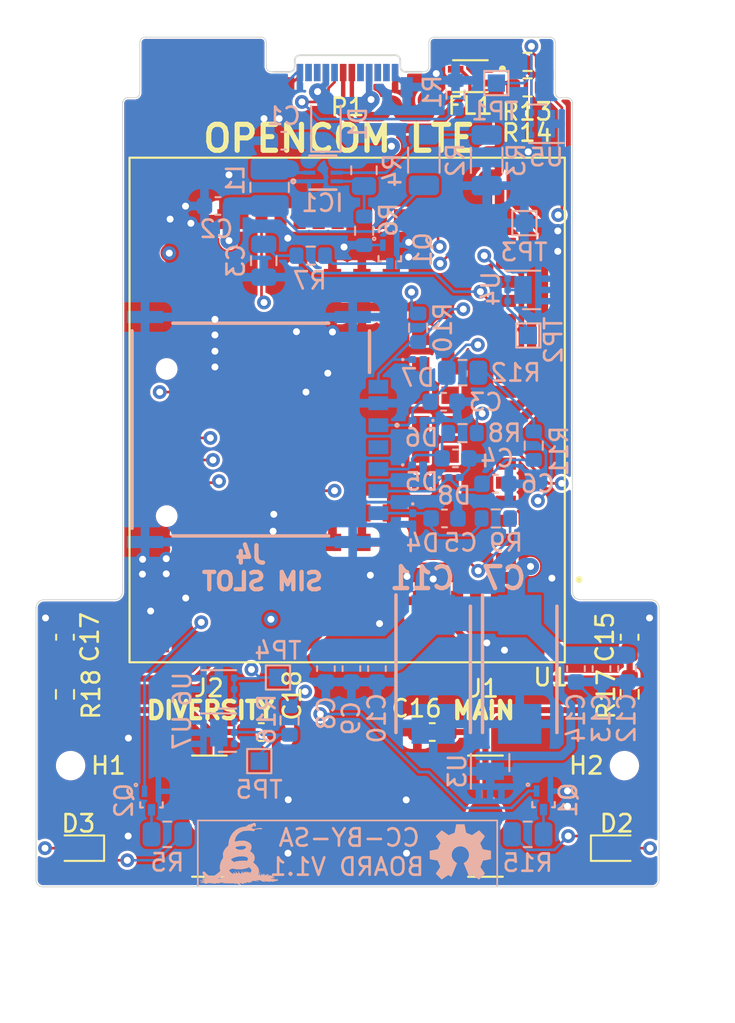
<source format=kicad_pcb>
(kicad_pcb (version 20221018) (generator pcbnew)

  (general
    (thickness 0.8)
  )

  (paper "A4")
  (title_block
    (title "openCom LTE")
    (rev "v1.0")
    (company "Liberated Embedded Systems")
    (comment 1 "Licensed under Creative Commons Attribution 4.0.")
    (comment 4 "https://liberatedsystems.co.uk")
  )

  (layers
    (0 "F.Cu" signal)
    (1 "In1.Cu" signal)
    (2 "In2.Cu" signal)
    (31 "B.Cu" signal)
    (32 "B.Adhes" user "B.Adhesive")
    (33 "F.Adhes" user "F.Adhesive")
    (34 "B.Paste" user)
    (35 "F.Paste" user)
    (36 "B.SilkS" user "B.Silkscreen")
    (37 "F.SilkS" user "F.Silkscreen")
    (38 "B.Mask" user)
    (39 "F.Mask" user)
    (40 "Dwgs.User" user "User.Drawings")
    (41 "Cmts.User" user "User.Comments")
    (42 "Eco1.User" user "User.Eco1")
    (43 "Eco2.User" user "User.Eco2")
    (44 "Edge.Cuts" user)
    (45 "Margin" user)
    (46 "B.CrtYd" user "B.Courtyard")
    (47 "F.CrtYd" user "F.Courtyard")
    (48 "B.Fab" user)
    (49 "F.Fab" user)
    (50 "User.1" user)
    (51 "User.2" user)
    (52 "User.3" user)
    (53 "User.4" user)
    (54 "User.5" user)
    (55 "User.6" user)
    (56 "User.7" user)
    (57 "User.8" user)
    (58 "User.9" user)
  )

  (setup
    (stackup
      (layer "F.SilkS" (type "Top Silk Screen"))
      (layer "F.Paste" (type "Top Solder Paste"))
      (layer "F.Mask" (type "Top Solder Mask") (thickness 0.01))
      (layer "F.Cu" (type "copper") (thickness 0.035))
      (layer "dielectric 1" (type "prepreg") (thickness 0.1) (material "FR4") (epsilon_r 4.5) (loss_tangent 0.02))
      (layer "In1.Cu" (type "copper") (thickness 0.035))
      (layer "dielectric 2" (type "core") (thickness 0.44) (material "FR4") (epsilon_r 4.5) (loss_tangent 0.02))
      (layer "In2.Cu" (type "copper") (thickness 0.035))
      (layer "dielectric 3" (type "prepreg") (thickness 0.1) (material "FR4") (epsilon_r 4.5) (loss_tangent 0.02))
      (layer "B.Cu" (type "copper") (thickness 0.035))
      (layer "B.Mask" (type "Bottom Solder Mask") (thickness 0.01))
      (layer "B.Paste" (type "Bottom Solder Paste"))
      (layer "B.SilkS" (type "Bottom Silk Screen"))
      (copper_finish "None")
      (dielectric_constraints no)
    )
    (pad_to_mask_clearance 0)
    (pcbplotparams
      (layerselection 0x00010fc_ffffffff)
      (plot_on_all_layers_selection 0x0000000_00000000)
      (disableapertmacros false)
      (usegerberextensions false)
      (usegerberattributes true)
      (usegerberadvancedattributes true)
      (creategerberjobfile true)
      (dashed_line_dash_ratio 12.000000)
      (dashed_line_gap_ratio 3.000000)
      (svgprecision 4)
      (plotframeref false)
      (viasonmask false)
      (mode 1)
      (useauxorigin false)
      (hpglpennumber 1)
      (hpglpenspeed 20)
      (hpglpendiameter 15.000000)
      (dxfpolygonmode true)
      (dxfimperialunits true)
      (dxfusepcbnewfont true)
      (psnegative false)
      (psa4output false)
      (plotreference true)
      (plotvalue true)
      (plotinvisibletext false)
      (sketchpadsonfab false)
      (subtractmaskfromsilk false)
      (outputformat 1)
      (mirror false)
      (drillshape 0)
      (scaleselection 1)
      (outputdirectory "gen/")
    )
  )

  (net 0 "")
  (net 1 "VBUS")
  (net 2 "GND")
  (net 3 "+3V8")
  (net 4 "/POWER_GOOD")
  (net 5 "/USIM_PRESENCE")
  (net 6 "/ANT_MAIN")
  (net 7 "/ANT_DIV")
  (net 8 "Net-(D1-A)")
  (net 9 "Net-(D2-K)")
  (net 10 "Net-(D3-K)")
  (net 11 "/USB_D+")
  (net 12 "/USB_D-")
  (net 13 "Net-(IC1-SW)")
  (net 14 "Net-(IC1-FB)")
  (net 15 "Net-(IC1-PG)")
  (net 16 "Net-(P1-CC)")
  (net 17 "unconnected-(P1-VCONN-PadB5)")
  (net 18 "Net-(Q1-B)")
  (net 19 "Net-(Q1-C)")
  (net 20 "/NETLIGHT")
  (net 21 "Net-(Q2-C)")
  (net 22 "/STATUS")
  (net 23 "Net-(C16-Pad1)")
  (net 24 "/USIM_RST")
  (net 25 "/USIM_CLK")
  (net 26 "/VDD_EXT")
  (net 27 "/USIM_DATA")
  (net 28 "Net-(R13-Pad1)")
  (net 29 "Net-(R14-Pad1)")
  (net 30 "Net-(R16-Pad2)")
  (net 31 "Net-(U1-USB_BOOT)")
  (net 32 "unconnected-(U1-PCM_CLK-Pad4)")
  (net 33 "unconnected-(U1-PCM_SYNC-Pad5)")
  (net 34 "unconnected-(U1-PCM_DIN-Pad6)")
  (net 35 "unconnected-(U1-PCM_DOUT-Pad7)")
  (net 36 "unconnected-(U1-RESET_N-Pad17)")
  (net 37 "unconnected-(U1-RESERVED-Pad18)")
  (net 38 "unconnected-(U1-AP_READY-Pad19)")
  (net 39 "unconnected-(U1-DBG_RXD-Pad22)")
  (net 40 "unconnected-(U1-DBG_TXD-Pad23)")
  (net 41 "unconnected-(U1-ADC0-Pad24)")
  (net 42 "unconnected-(U1-SPI_CLK-Pad26)")
  (net 43 "unconnected-(U1-SPI_MOSI-Pad27)")
  (net 44 "unconnected-(U1-SPI_MISO-Pad28)")
  (net 45 "unconnected-(U1-DTR-Pad30)")
  (net 46 "unconnected-(U1-RXD-Pad34)")
  (net 47 "unconnected-(U1-TXD-Pad35)")
  (net 48 "unconnected-(U1-CTS-Pad36)")
  (net 49 "unconnected-(U1-RTS-Pad37)")
  (net 50 "unconnected-(U1-DCD-Pad38)")
  (net 51 "unconnected-(U1-RI-Pad39)")
  (net 52 "unconnected-(U1-I2C_SCL-Pad40)")
  (net 53 "unconnected-(U1-I2C_SDA-Pad41)")
  (net 54 "unconnected-(U1-USIM2_PRESENCE-Pad83)")
  (net 55 "unconnected-(U1-USIM2_CLK-Pad84)")
  (net 56 "/USIM_VDD")
  (net 57 "Net-(C18-Pad1)")
  (net 58 "unconnected-(U1-PWRKEY-Pad15)")
  (net 59 "/USBC_D+")
  (net 60 "/USBC_D-")
  (net 61 "unconnected-(U1-USIM2_RST-Pad85)")
  (net 62 "unconnected-(U1-USIM2_DATA-Pad86)")
  (net 63 "unconnected-(U1-USIM2_VDD-Pad87)")
  (net 64 "Net-(J4-RST)")
  (net 65 "Net-(J4-CLK)")
  (net 66 "Net-(J4-I{slash}O)")
  (net 67 "unconnected-(J4-VPP-PadC6)")
  (net 68 "unconnected-(U1-ANT_GNSS-Pad49)")

  (footprint "CONSMA002-SMD:LINX_CONSMA002-SMD" (layer "F.Cu") (at 151.72 142.15))

  (footprint "Resistor_SMD:R_0603_1608Metric" (layer "F.Cu") (at 154.15 98.575 180))

  (footprint "Resistor_SMD:R_0603_1608Metric_Pad0.98x0.95mm_HandSolder" (layer "F.Cu") (at 160.05 135.1125 -90))

  (footprint "LED_SMD:LED_0603_1608Metric" (layer "F.Cu") (at 128.2 144 180))

  (footprint "Connector_USB:USB_C_Plug_Molex_105444" (layer "F.Cu") (at 143.75 99.15))

  (footprint "MountingHole:MountingHole_2.2mm_M2" (layer "F.Cu") (at 159.75 139.23))

  (footprint "LED_SMD:LED_0603_1608Metric" (layer "F.Cu") (at 159.3 144))

  (footprint "CONSMA002-SMD:LINX_CONSMA002-SMD" (layer "F.Cu") (at 135.77 142.15))

  (footprint "Capacitor_SMD:C_0603_1608Metric_Pad1.08x0.95mm_HandSolder" (layer "F.Cu") (at 160.05 131.8125 90))

  (footprint "Capacitor_SMD:C_0603_1608Metric_Pad1.08x0.95mm_HandSolder" (layer "F.Cu") (at 138.7675 137.29))

  (footprint "Capacitor_SMD:C_0603_1608Metric_Pad1.08x0.95mm_HandSolder" (layer "F.Cu") (at 127.425 131.8125 90))

  (footprint "Capacitor_SMD:C_0603_1608Metric_Pad1.08x0.95mm_HandSolder" (layer "F.Cu") (at 148.6475 137.29 180))

  (footprint "Resistor_SMD:R_0603_1608Metric_Pad0.98x0.95mm_HandSolder" (layer "F.Cu") (at 127.425 135.1125 -90))

  (footprint "MountingHole:MountingHole_2.2mm_M2" (layer "F.Cu") (at 127.75 139.23))

  (footprint "Resistor_SMD:R_0603_1608Metric" (layer "F.Cu") (at 154.15 100.05 180))

  (footprint "DLW21SN900SQ2L:FIL_DLW21SN900SQ2L" (layer "F.Cu") (at 150.85 99.4 180))

  (footprint "EG95:XCVR_EG95" (layer "F.Cu")
    (tstamp f851ed5b-4e23-405b-b1aa-e8d65dde7576)
    (at 143.73 118.685 180)
    (property "MANUFACTURER" "Quectel")
    (property "MAXIMUM_PACKAGE_HEIGHT" "2.5mm")
    (property "PARTREV" "1.5")
    (property "STANDARD" "Manufacturer Recommendations")
    (property "Sheetfile" "opencom-lte.kicad_sch")
    (property "Sheetname" "")
    (path "/e6a6b14f-fc94-4e9b-b34c-71e0e50cdc39")
    (attr smd)
    (fp_text reference "U1" (at -11.76 -15.445) (layer "F.SilkS")
        (effects (font (size 1 1) (thickness 0.153)))
      (tstamp 1d464947-5842-4187-a9bd-c30a4e55b624)
    )
    (fp_text value "EG95" (at -12.635 15.715) (layer "F.Fab")
        (effects (font (size 1 1) (thickness 0.15)))
      (tstamp 7b80973e-b338-4301-a0a8-35a68cefc798)
    )
    (fp_circle (center -5.95 -4.25) (end -5.478 -4.25)
      (stroke (width 0) (type solid)) (fill solid) (layer "F.Paste") (tstamp 67d3b74d-81a9-43e5-82a0-a58ecb94a205))
    (fp_circle (center -5.95 -2.55) (end -5.478 -2.55)
      (stroke (width 0) (type solid)) (fill solid) (layer "F.Paste") (tstamp 12d7749c-79c9-41a7-b0f5-19f3bfe17632))
    (fp_circle (center -5.95 -0.85) (end -5.478 -0.85)
      (stroke (width 0) (type solid)) (fill solid) (layer "F.Paste") (tstamp 4e384b70-bee1-4f3c-923a-35ca47ab2658))
    (fp_circle (center -5.95 0.85) (end -5.478 0.85)
      (stroke (width 0) (type solid)) (fill solid) (layer "F.Paste") (tstamp 6d05fc8f-1146-4558-87f4-124d02db3765))
    (fp_circle (center -5.95 2.55) (end -5.478 2.55)
      (stroke (width 0) (type solid)) (fill solid) (layer "F.Paste") (tstamp 357ed333-a131-4460-9f03-f99d16791163))
    (fp_circle (center -5.95 4.25) (end -5.478 4.25)
      (stroke (width 0) (type solid)) (fill solid) (layer "F.Paste") (tstamp 63f94867-3c9e-4667-930a-fee0f1e2ebe2))
    (fp_circle (center -4.25 -4.25) (end -3.778 -4.25)
      (stroke (width 0) (type solid)) (fill solid) (layer "F.Paste") (tstamp 13cc66c6-7510-4e83-a694-d08949b734e5))
    (fp_circle (center -4.25 -2.55) (end -3.778 -2.55)
      (stroke (width 0) (type solid)) (fill solid) (layer "F.Paste") (tstamp 8c7a9cf3-ddbd-4b7c-bebc-49031a5e6d73))
    (fp_circle (center -4.25 -0.85) (end -3.778 -0.85)
      (stroke (width 0) (type solid)) (fill solid) (layer "F.Paste") (tstamp 3d9d3b4e-af9b-4dbc-9336-c29b3746faba))
    (fp_circle (center -4.25 0.85) (end -3.778 0.85)
      (stroke (width 0) (type solid)) (fill solid) (layer "F.Paste") (tstamp 690ddcd6-4d8e-42c0-ad75-ff9db3797b01))
    (fp_circle (center -4.25 2.55) (end -3.778 2.55)
      (stroke (width 0) (type solid)) (fill solid) (layer "F.Paste") (tstamp 75b36f97-51b2-4f40-b557-750c42c33062))
    (fp_circle (center -4.25 4.25) (end -3.778 4.25)
      (stroke (width 0) (type solid)) (fill solid) (layer "F.Paste") (tstamp 4e758d36-1513-487c-9267-fc087fa18d60))
    (fp_circle (center -2.55 -7.65) (end -2.078 -7.65)
      (stroke (width 0) (type solid)) (fill solid) (layer "F.Paste") (tstamp 3633692c-49f1-42ca-94b0-b891b5a33b8a))
    (fp_circle (center -2.55 -5.95) (end -2.078 -5.95)
      (stroke (width 0) (type solid)) (fill solid) (layer "F.Paste") (tstamp daf7962a-2a44-472f-b9c9-8c84ea1849f8))
    (fp_circle (center -2.55 5.95) (end -2.078 5.95)
      (stroke (width 0) (type solid)) (fill solid) (layer "F.Paste") (tstamp 32fabbac-dc5d-4778-92ac-b5c62bce09fe))
    (fp_circle (center -2.55 7.65) (end -2.078 7.65)
      (stroke (width 0) (type solid)) (fill solid) (layer "F.Paste") (tstamp b9df1aa6-a689-4293-8753-7c59f8230178))
    (fp_circle (center -0.85 -7.65) (end -0.378 -7.65)
      (stroke (width 0) (type solid)) (fill solid) (layer "F.Paste") (tstamp 4d0be172-5136-470d-b73a-7a8cb51ed73c))
    (fp_circle (center -0.85 -5.95) (end -0.378 -5.95)
      (stroke (width 0) (type solid)) (fill solid) (layer "F.Paste") (tstamp e9ad7bc7-db7f-41e8-8090-37c9b439c87a))
    (fp_circle (center -0.85 5.95) (end -0.378 5.95)
      (stroke (width 0) (type solid)) (fill solid) (layer "F.Paste") (tstamp 4a30cd4e-e496-41e4-82a6-3686d3ecb188))
    (fp_circle (center -0.85 7.65) (end -0.378 7.65)
      (stroke (width 0) (type solid)) (fill solid) (layer "F.Paste") (tstamp 55b8e7ce-c026-444a-87d3-c25fb53b51c9))
    (fp_circle (center 0.85 -7.65) (end 1.322 -7.65)
      (stroke (width 0) (type solid)) (fill solid) (layer "F.Paste") (tstamp 32b20396-c9b0-4873-b9ba-fa2c66fc98d1))
    (fp_circle (center 0.85 -5.95) (end 1.322 -5.95)
      (stroke (width 0) (type solid)) (fill solid) (layer "F.Paste") (tstamp e03b0b90-06f2-4e0d-a234-628bf843efeb))
    (fp_circle (center 0.85 5.95) (end 1.322 5.95)
      (stroke (width 0) (type solid)) (fill solid) (layer "F.Paste") (tstamp 117ba3fd-2c95-455c-a1fb-79870f2b7c3e))
    (fp_circle (center 0.85 7.65) (end 1.322 7.65)
      (stroke (width 0) (type solid)) (fill solid) (layer "F.Paste") (tstamp 9cebe8bb-5944-4532-84f3-4db69cb5a267))
    (fp_circle (center 2.55 -7.65) (end 3.022 -7.65)
      (stroke (width 0) (type solid)) (fill solid) (layer "F.Paste") (tstamp 4591d32e-0bfd-40f2-a436-d8c4a8df7b9c))
    (fp_circle (center 2.55 -5.95) (end 3.022 -5.95)
      (stroke (width 0) (type solid)) (fill solid) (layer "F.Paste") (tstamp 27feb6eb-48a0-44e1-945e-be4be8aa40cb))
    (fp_circle (center 2.55 5.95) (end 3.022 5.95)
      (stroke (width 0) (type solid)) (fill solid) (layer "F.Paste") (tstamp d0d20436-b778-4fa3-9675-56b791c3d56f))
    (fp_circle (center 2.55 7.65) (end 3.022 7.65)
      (stroke (width 0) (type solid)) (fill solid) (layer "F.Paste") (tstamp defa867d-6b76-49c8-bb58-cf6b459a29a2))
    (fp_circle (center 4.25 -4.25) (end 4.722 -4.25)
      (stroke (width 0) (type solid)) (fill solid) (layer "F.Paste") (tstamp 025de2ef-81a6-402c-bdfe-0f3340f36076))
    (fp_circle (center 4.25 -2.55) (end 4.722 -2.55)
      (stroke (width 0) (type solid)) (fill solid) (layer "F.Paste") (tstamp 920f3030-f3a9-49d9-98b1-ba1e7a6cde5b))
    (fp_circle (center 4.25 -0.85) (end 4.722 -0.85)
      (stroke (width 0) (type solid)) (fill solid) (layer "F.Paste") (tstamp cf2d715c-b57e-4e29-b1b7-62efa84a9561))
    (fp_circle (center 4.25 0.85) (end 4.722 0.85)
      (stroke (width 0) (type solid)) (fill solid) (layer "F.Paste") (tstamp ca71414b-1dcf-458c-9ec7-99f7644ea8d3))
    (fp_circle (center 4.25 2.55) (end 4.722 2.55)
      (stroke (width 0) (type solid)) (fill solid) (layer "F.Paste") (tstamp c74df507-238b-4f61-b908-673a0ad914c0))
    (fp_circle (center 4.25 4.25) (end 4.722 4.25)
      (stroke (width 0) (type solid)) (fill solid) (layer "F.Paste") (tstamp 89941a95-52f2-4f01-b5ae-ea2ee97dc086))
    (fp_circle (center 5.95 -4.25) (end 6.422 -4.25)
      (stroke (width 0) (type solid)) (fill solid) (layer "F.Paste") (tstamp 464d7fed-1c31-488c-ad54-5f06dec5a552))
    (fp_circle (center 5.95 -2.55) (end 6.422 -2.55)
      (stroke (width 0) (type solid)) (fill solid) (layer "F.Paste") (tstamp 7989918b-1f57-4399-89ef-f58e0c36eb2c))
    (fp_circle (center 5.95 -0.85) (end 6.422 -0.85)
      (stroke (width 0) (type solid)) (fill solid) (layer "F.Paste") (tstamp 338601a2-47bf-49f9-ba85-32e5a710140d))
    (fp_circle (center 5.95 0.85) (end 6.422 0.85)
      (stroke (width 0) (type solid)) (fill solid) (layer "F.Paste") (tstamp 12da4203-b063-4a2b-968e-3657dc112560))
    (fp_circle (center 5.95 2.55) (end 6.422 2.55)
      (stroke (width 0) (type solid)) (fill solid) (layer "F.Paste") (tstamp 7f6528a6-3a92-4aca-ba64-fc076fca4400))
    (fp_circle (center 5.95 4.25) (end 6.422 4.25)
      (stroke (width 0) (type solid)) (fill solid) (layer "F.Paste") (tstamp faf3a879-e27f-4ff1-b81f-1530938d56fc))
    (fp_poly
      (pts
        (xy -11.66 -13.66)
        (xy -10.64 -13.66)
        (xy -10.64 -12.64)
        (xy -11.66 -12.64)
      )

      (stroke (width 0.01) (type solid)) (fill solid) (layer "F.Paste") (tstamp a4cf9f7c-fc80-4a6e-8aed-8618a06b9c70))
    (fp_poly
      (pts
        (xy -10.54 13.56)
        (xy -10.78 13.56)
        (xy -11.56 12.78)
        (xy -11.56 12.54)
        (xy -10.54 12.54)
      )

      (stroke (width 0.0001) (type solid)) (fill solid) (layer "F.Paste") (tstamp 36e8bdf4-fab0-480a-ae07-fd85752c3d27))
    (fp_poly
      (pts
        (xy -10.54 13.56)
        (xy -10.78 13.56)
        (xy -11.56 12.78)
        (xy -11.56 12.54)
        (xy -10.54 12.54)
      )

      (stroke (width 0.0001) (type solid)) (fill solid) (layer "F.Paste") (tstamp fb33d6b7-c026-42c4-b8ab-e0e13b2d656e))
    (fp_poly
      (pts
        (xy 10.54 -13.56)
        (xy 10.78 -13.56)
        (xy 11.56 -12.78)
        (xy 11.56 -12.54)
        (xy 10.54 -12.54)
      )

      (stroke (width 0.0001) (type solid)) (fill solid) (layer "F.Paste") (tstamp 74c62a22-a856-4ac7-bb7a-1febdc12e728))
    (fp_poly
      (pts
        (xy 10.54 13.56)
        (xy 10.78 13.56)
        (xy 11.56 12.78)
        (xy 11.56 12.54)
        (xy 10.54 12.54)
      )

      (stroke (width 0.0001) (type solid)) (fill solid) (layer "F.Paste") (tstamp c4360858-c8a5-42dc-836e-f31e91c33908))
    (fp_poly
      (pts
        (xy -9.525 -9.98)
        (xy -8.825 -9.98)
        (xy -8.819 -9.98)
        (xy -8.814 -9.979)
        (xy -8.808 -9.979)
        (xy -8.802 -9.978)
        (xy -8.797 -9.976)
        (xy -8.791 -9.975)
        (xy -8.786 -9.973)
        (xy -8.78 -9.97)
        (xy -8.775 -9.968)
        (xy -8.77 -9.965)
        (xy -8.765 -9.962)
        (xy -8.76 -9.959)
        (xy -8.756 -9.955)
        (xy -8.751 -9.952)
        (xy -8.747 -9.948)
        (xy -8.743 -9.944)
        (xy -8.74 -9.939)
        (xy -8.736 -9.935)
        (xy -8.733 -9.93)
        (xy -8.73 -9.925)
        (xy -8.727 -9.92)
        (xy -8.725 -9.915)
        (xy -8.722 -9.909)
        (xy -8.72 -9.904)
        (xy -8.719 -9.898)
        (xy -8.717 -9.893)
        (xy -8.716 -9.887)
        (xy -8.716 -9.881)
        (xy -8.715 -9.876)
        (xy -8.715 -9.87)
        (xy -8.715 -9.53)
        (xy -8.715 -9.524)
        (xy -8.716 -9.519)
        (xy -8.716 -9.513)
        (xy -8.717 -9.507)
        (xy -8.719 -9.502)
        (xy -8.72 -9.496)
        (xy -8.722 -9.491)
        (xy -8.725 -9.485)
        (xy -8.727 -9.48)
        (xy -8.73 -9.475)
        (xy -8.733 -9.47)
        (xy -8.736 -9.465)
        (xy -8.74 -9.461)
        (xy -8.743 -9.456)
        (xy -8.747 -9.452)
        (xy -8.751 -9.448)
        (xy -8.756 -9.445)
        (xy -8.76 -9.441)
        (xy -8.765 -9.438)
        (xy -8.77 -9.435)
        (xy -8.775 -9.432)
        (xy -8.78 -9.43)
        (xy -8.786 -9.427)
        (xy -8.791 -9.425)
        (xy -8.797 -9.424)
        (xy -8.802 -9.422)
        (xy -8.808 -9.421)
        (xy -8.814 -9.421)
        (xy -8.819 -9.42)
        (xy -8.825 -9.42)
        (xy -9.525 -9.42)
        (xy -9.531 -9.42)
        (xy -9.536 -9.421)
        (xy -9.542 -9.421)
        (xy -9.548 -9.422)
        (xy -9.553 -9.424)
        (xy -9.559 -9.425)
        (xy -9.564 -9.427)
        (xy -9.57 -9.43)
        (xy -9.575 -9.432)
        (xy -9.58 -9.435)
        (xy -9.585 -9.438)
        (xy -9.59 -9.441)
        (xy -9.594 -9.445)
        (xy -9.599 -9.448)
        (xy -9.603 -9.452)
        (xy -9.607 -9.456)
        (xy -9.61 -9.461)
        (xy -9.614 -9.465)
        (xy -9.617 -9.47)
        (xy -9.62 -9.475)
        (xy -9.623 -9.48)
        (xy -9.625 -9.485)
        (xy -9.628 -9.491)
        (xy -9.63 -9.496)
        (xy -9.631 -9.502)
        (xy -9.633 -9.507)
        (xy -9.634 -9.513)
        (xy -9.634 -9.519)
        (xy -9.635 -9.524)
        (xy -9.635 -9.53)
        (xy -9.635 -9.87)
        (xy -9.635 -9.876)
        (xy -9.634 -9.881)
        (xy -9.634 -9.887)
        (xy -9.633 -9.893)
        (xy -9.631 -9.898)
        (xy -9.63 -9.904)
        (xy -9.628 -9.909)
        (xy -9.625 -9.915)
        (xy -9.623 -9.92)
        (xy -9.62 -9.925)
        (xy -9.617 -9.93)
        (xy -9.614 -9.935)
        (xy -9.61 -9.939)
        (xy -9.607 -9.944)
        (xy -9.603 -9.948)
        (xy -9.599 -9.952)
        (xy -9.594 -9.955)
        (xy -9.59 -9.959)
        (xy -9.585 -9.962)
        (xy -9.58 -9.965)
        (xy -9.575 -9.968)
        (xy -9.57 -9.97)
        (xy -9.564 -9.973)
        (xy -9.559 -9.975)
        (xy -9.553 -9.976)
        (xy -9.548 -9.978)
        (xy -9.542 -9.979)
        (xy -9.536 -9.979)
        (xy -9.531 -9.98)
        (xy -9.525 -9.98)
      )

      (stroke (width 0.0001) (type solid)) (fill solid) (layer "F.Paste") (tstamp 381fb920-c57b-4d2c-bff1-181bec3e7f23))
    (fp_poly
      (pts
        (xy -9.525 -8.88)
        (xy -8.825 -8.88)
        (xy -8.819 -8.88)
        (xy -8.814 -8.879)
        (xy -8.808 -8.879)
        (xy -8.802 -8.878)
        (xy -8.797 -8.876)
        (xy -8.791 -8.875)
        (xy -8.786 -8.873)
        (xy -8.78 -8.87)
        (xy -8.775 -8.868)
        (xy -8.77 -8.865)
        (xy -8.765 -8.862)
        (xy -8.76 -8.859)
        (xy -8.756 -8.855)
        (xy -8.751 -8.852)
        (xy -8.747 -8.848)
        (xy -8.743 -8.844)
        (xy -8.74 -8.839)
        (xy -8.736 -8.835)
        (xy -8.733 -8.83)
        (xy -8.73 -8.825)
        (xy -8.727 -8.82)
        (xy -8.725 -8.815)
        (xy -8.722 -8.809)
        (xy -8.72 -8.804)
        (xy -8.719 -8.798)
        (xy -8.717 -8.793)
        (xy -8.716 -8.787)
        (xy -8.716 -8.781)
        (xy -8.715 -8.776)
        (xy -8.715 -8.77)
        (xy -8.715 -8.43)
        (xy -8.715 -8.424)
        (xy -8.716 -8.419)
        (xy -8.716 -8.413)
        (xy -8.717 -8.407)
        (xy -8.719 -8.402)
        (xy -8.72 -8.396)
        (xy -8.722 -8.391)
        (xy -8.725 -8.385)
        (xy -8.727 -8.38)
        (xy -8.73 -8.375)
        (xy -8.733 -8.37)
        (xy -8.736 -8.365)
        (xy -8.74 -8.361)
        (xy -8.743 -8.356)
        (xy -8.747 -8.352)
        (xy -8.751 -8.348)
        (xy -8.756 -8.345)
        (xy -8.76 -8.341)
        (xy -8.765 -8.338)
        (xy -8.77 -8.335)
        (xy -8.775 -8.332)
        (xy -8.78 -8.33)
        (xy -8.786 -8.327)
        (xy -8.791 -8.325)
        (xy -8.797 -8.324)
        (xy -8.802 -8.322)
        (xy -8.808 -8.321)
        (xy -8.814 -8.321)
        (xy -8.819 -8.32)
        (xy -8.825 -8.32)
        (xy -9.525 -8.32)
        (xy -9.531 -8.32)
        (xy -9.536 -8.321)
        (xy -9.542 -8.321)
        (xy -9.548 -8.322)
        (xy -9.553 -8.324)
        (xy -9.559 -8.325)
        (xy -9.564 -8.327)
        (xy -9.57 -8.33)
        (xy -9.575 -8.332)
        (xy -9.58 -8.335)
        (xy -9.585 -8.338)
        (xy -9.59 -8.341)
        (xy -9.594 -8.345)
        (xy -9.599 -8.348)
        (xy -9.603 -8.352)
        (xy -9.607 -8.356)
        (xy -9.61 -8.361)
        (xy -9.614 -8.365)
        (xy -9.617 -8.37)
        (xy -9.62 -8.375)
        (xy -9.623 -8.38)
        (xy -9.625 -8.385)
        (xy -9.628 -8.391)
        (xy -9.63 -8.396)
        (xy -9.631 -8.402)
        (xy -9.633 -8.407)
        (xy -9.634 -8.413)
        (xy -9.634 -8.419)
        (xy -9.635 -8.424)
        (xy -9.635 -8.43)
        (xy -9.635 -8.77)
        (xy -9.635 -8.776)
        (xy -9.634 -8.781)
        (xy -9.634 -8.787)
        (xy -9.633 -8.793)
        (xy -9.631 -8.798)
        (xy -9.63 -8.804)
        (xy -9.628 -8.809)
        (xy -9.625 -8.815)
        (xy -9.623 -8.82)
        (xy -9.62 -8.825)
        (xy -9.617 -8.83)
        (xy -9.614 -8.835)
        (xy -9.61 -8.839)
        (xy -9.607 -8.844)
        (xy -9.603 -8.848)
        (xy -9.599 -8.852)
        (xy -9.594 -8.855)
        (xy -9.59 -8.859)
        (xy -9.585 -8.862)
        (xy -9.58 -8.865)
        (xy -9.575 -8.868)
        (xy -9.57 -8.87)
        (xy -9.564 -8.873)
        (xy -9.559 -8.875)
        (xy -9.553 -8.876)
        (xy -9.548 -8.878)
        (xy -9.542 -8.879)
        (xy -9.536 -8.879)
        (xy -9.531 -8.88)
        (xy -9.525 -8.88)
      )

      (stroke (width 0.0001) (type solid)) (fill solid) (layer "F.Paste") (tstamp 15a79106-df97-4493-8a49-601ca5566463))
    (fp_poly
      (pts
        (xy -9.525 -7.78)
        (xy -8.825 -7.78)
        (xy -8.819 -7.78)
        (xy -8.814 -7.779)
        (xy -8.808 -7.779)
        (xy -8.802 -7.778)
        (xy -8.797 -7.776)
        (xy -8.791 -7.775)
        (xy -8.786 -7.773)
        (xy -8.78 -7.77)
        (xy -8.775 -7.768)
        (xy -8.77 -7.765)
        (xy -8.765 -7.762)
        (xy -8.76 -7.759)
        (xy -8.756 -7.755)
        (xy -8.751 -7.752)
        (xy -8.747 -7.748)
        (xy -8.743 -7.744)
        (xy -8.74 -7.739)
        (xy -8.736 -7.735)
        (xy -8.733 -7.73)
        (xy -8.73 -7.725)
        (xy -8.727 -7.72)
        (xy -8.725 -7.715)
        (xy -8.722 -7.709)
        (xy -8.72 -7.704)
        (xy -8.719 -7.698)
        (xy -8.717 -7.693)
        (xy -8.716 -7.687)
        (xy -8.716 -7.681)
        (xy -8.715 -7.676)
        (xy -8.715 -7.67)
        (xy -8.715 -7.33)
        (xy -8.715 -7.324)
        (xy -8.716 -7.319)
        (xy -8.716 -7.313)
        (xy -8.717 -7.307)
        (xy -8.719 -7.302)
        (xy -8.72 -7.296)
        (xy -8.722 -7.291)
        (xy -8.725 -7.285)
        (xy -8.727 -7.28)
        (xy -8.73 -7.275)
        (xy -8.733 -7.27)
        (xy -8.736 -7.265)
        (xy -8.74 -7.261)
        (xy -8.743 -7.256)
        (xy -8.747 -7.252)
        (xy -8.751 -7.248)
        (xy -8.756 -7.245)
        (xy -8.76 -7.241)
        (xy -8.765 -7.238)
        (xy -8.77 -7.235)
        (xy -8.775 -7.232)
        (xy -8.78 -7.23)
        (xy -8.786 -7.227)
        (xy -8.791 -7.225)
        (xy -8.797 -7.224)
        (xy -8.802 -7.222)
        (xy -8.808 -7.221)
        (xy -8.814 -7.221)
        (xy -8.819 -7.22)
        (xy -8.825 -7.22)
        (xy -9.525 -7.22)
        (xy -9.531 -7.22)
        (xy -9.536 -7.221)
        (xy -9.542 -7.221)
        (xy -9.548 -7.222)
        (xy -9.553 -7.224)
        (xy -9.559 -7.225)
        (xy -9.564 -7.227)
        (xy -9.57 -7.23)
        (xy -9.575 -7.232)
        (xy -9.58 -7.235)
        (xy -9.585 -7.238)
        (xy -9.59 -7.241)
        (xy -9.594 -7.245)
        (xy -9.599 -7.248)
        (xy -9.603 -7.252)
        (xy -9.607 -7.256)
        (xy -9.61 -7.261)
        (xy -9.614 -7.265)
        (xy -9.617 -7.27)
        (xy -9.62 -7.275)
        (xy -9.623 -7.28)
        (xy -9.625 -7.285)
        (xy -9.628 -7.291)
        (xy -9.63 -7.296)
        (xy -9.631 -7.302)
        (xy -9.633 -7.307)
        (xy -9.634 -7.313)
        (xy -9.634 -7.319)
        (xy -9.635 -7.324)
        (xy -9.635 -7.33)
        (xy -9.635 -7.67)
        (xy -9.635 -7.676)
        (xy -9.634 -7.681)
        (xy -9.634 -7.687)
        (xy -9.633 -7.693)
        (xy -9.631 -7.698)
        (xy -9.63 -7.704)
        (xy -9.628 -7.709)
        (xy -9.625 -7.715)
        (xy -9.623 -7.72)
        (xy -9.62 -7.725)
        (xy -9.617 -7.73)
        (xy -9.614 -7.735)
        (xy -9.61 -7.739)
        (xy -9.607 -7.744)
        (xy -9.603 -7.748)
        (xy -9.599 -7.752)
        (xy -9.594 -7.755)
        (xy -9.59 -7.759)
        (xy -9.585 -7.762)
        (xy -9.58 -7.765)
        (xy -9.575 -7.768)
        (xy -9.57 -7.77)
        (xy -9.564 -7.773)
        (xy -9.559 -7.775)
        (xy -9.553 -7.776)
        (xy -9.548 -7.778)
        (xy -9.542 -7.779)
        (xy -9.536 -7.779)
        (xy -9.531 -7.78)
        (xy -9.525 -7.78)
      )

      (stroke (width 0.0001) (type solid)) (fill solid) (layer "F.Paste") (tstamp 0c575af3-6ed1-46a3-bfde-38643bb7e524))
    (fp_poly
      (pts
        (xy -9.525 -6.68)
        (xy -8.825 -6.68)
        (xy -8.819 -6.68)
        (xy -8.814 -6.679)
        (xy -8.808 -6.679)
        (xy -8.802 -6.678)
        (xy -8.797 -6.676)
        (xy -8.791 -6.675)
        (xy -8.786 -6.673)
        (xy -8.78 -6.67)
        (xy -8.775 -6.668)
        (xy -8.77 -6.665)
        (xy -8.765 -6.662)
        (xy -8.76 -6.659)
        (xy -8.756 -6.655)
        (xy -8.751 -6.652)
        (xy -8.747 -6.648)
        (xy -8.743 -6.644)
        (xy -8.74 -6.639)
        (xy -8.736 -6.635)
        (xy -8.733 -6.63)
        (xy -8.73 -6.625)
        (xy -8.727 -6.62)
        (xy -8.725 -6.615)
        (xy -8.722 -6.609)
        (xy -8.72 -6.604)
        (xy -8.719 -6.598)
        (xy -8.717 -6.593)
        (xy -8.716 -6.587)
        (xy -8.716 -6.581)
        (xy -8.715 -6.576)
        (xy -8.715 -6.57)
        (xy -8.715 -6.23)
        (xy -8.715 -6.224)
        (xy -8.716 -6.219)
        (xy -8.716 -6.213)
        (xy -8.717 -6.207)
        (xy -8.719 -6.202)
        (xy -8.72 -6.196)
        (xy -8.722 -6.191)
        (xy -8.725 -6.185)
        (xy -8.727 -6.18)
        (xy -8.73 -6.175)
        (xy -8.733 -6.17)
        (xy -8.736 -6.165)
        (xy -8.74 -6.161)
        (xy -8.743 -6.156)
        (xy -8.747 -6.152)
        (xy -8.751 -6.148)
        (xy -8.756 -6.145)
        (xy -8.76 -6.141)
        (xy -8.765 -6.138)
        (xy -8.77 -6.135)
        (xy -8.775 -6.132)
        (xy -8.78 -6.13)
        (xy -8.786 -6.127)
        (xy -8.791 -6.125)
        (xy -8.797 -6.124)
        (xy -8.802 -6.122)
        (xy -8.808 -6.121)
        (xy -8.814 -6.121)
        (xy -8.819 -6.12)
        (xy -8.825 -6.12)
        (xy -9.525 -6.12)
        (xy -9.531 -6.12)
        (xy -9.536 -6.121)
        (xy -9.542 -6.121)
        (xy -9.548 -6.122)
        (xy -9.553 -6.124)
        (xy -9.559 -6.125)
        (xy -9.564 -6.127)
        (xy -9.57 -6.13)
        (xy -9.575 -6.132)
        (xy -9.58 -6.135)
        (xy -9.585 -6.138)
        (xy -9.59 -6.141)
        (xy -9.594 -6.145)
        (xy -9.599 -6.148)
        (xy -9.603 -6.152)
        (xy -9.607 -6.156)
        (xy -9.61 -6.161)
        (xy -9.614 -6.165)
        (xy -9.617 -6.17)
        (xy -9.62 -6.175)
        (xy -9.623 -6.18)
        (xy -9.625 -6.185)
        (xy -9.628 -6.191)
        (xy -9.63 -6.196)
        (xy -9.631 -6.202)
        (xy -9.633 -6.207)
        (xy -9.634 -6.213)
        (xy -9.634 -6.219)
        (xy -9.635 -6.224)
        (xy -9.635 -6.23)
        (xy -9.635 -6.57)
        (xy -9.635 -6.576)
        (xy -9.634 -6.581)
        (xy -9.634 -6.587)
        (xy -9.633 -6.593)
        (xy -9.631 -6.598)
        (xy -9.63 -6.604)
        (xy -9.628 -6.609)
        (xy -9.625 -6.615)
        (xy -9.623 -6.62)
        (xy -9.62 -6.625)
        (xy -9.617 -6.63)
        (xy -9.614 -6.635)
        (xy -9.61 -6.639)
        (xy -9.607 -6.644)
        (xy -9.603 -6.648)
        (xy -9.599 -6.652)
        (xy -9.594 -6.655)
        (xy -9.59 -6.659)
        (xy -9.585 -6.662)
        (xy -9.58 -6.665)
        (xy -9.575 -6.668)
        (xy -9.57 -6.67)
        (xy -9.564 -6.673)
        (xy -9.559 -6.675)
        (xy -9.553 -6.676)
        (xy -9.548 -6.678)
        (xy -9.542 -6.679)
        (xy -9.536 -6.679)
        (xy -9.531 -6.68)
        (xy -9.525 -6.68)
      )

      (stroke (width 0.0001) (type solid)) (fill solid) (layer "F.Paste") (tstamp 4a9d6eca-1bec-49f3-8d4a-6444aca6165c))
    (fp_poly
      (pts
        (xy -9.525 -5.58)
        (xy -8.825 -5.58)
        (xy -8.819 -5.58)
        (xy -8.814 -5.579)
        (xy -8.808 -5.579)
        (xy -8.802 -5.578)
        (xy -8.797 -5.576)
        (xy -8.791 -5.575)
        (xy -8.786 -5.573)
        (xy -8.78 -5.57)
        (xy -8.775 -5.568)
        (xy -8.77 -5.565)
        (xy -8.765 -5.562)
        (xy -8.76 -5.559)
        (xy -8.756 -5.555)
        (xy -8.751 -5.552)
        (xy -8.747 -5.548)
        (xy -8.743 -5.544)
        (xy -8.74 -5.539)
        (xy -8.736 -5.535)
        (xy -8.733 -5.53)
        (xy -8.73 -5.525)
        (xy -8.727 -5.52)
        (xy -8.725 -5.515)
        (xy -8.722 -5.509)
        (xy -8.72 -5.504)
        (xy -8.719 -5.498)
        (xy -8.717 -5.493)
        (xy -8.716 -5.487)
        (xy -8.716 -5.481)
        (xy -8.715 -5.476)
        (xy -8.715 -5.47)
        (xy -8.715 -5.13)
        (xy -8.715 -5.124)
        (xy -8.716 -5.119)
        (xy -8.716 -5.113)
        (xy -8.717 -5.107)
        (xy -8.719 -5.102)
        (xy -8.72 -5.096)
        (xy -8.722 -5.091)
        (xy -8.725 -5.085)
        (xy -8.727 -5.08)
        (xy -8.73 -5.075)
        (xy -8.733 -5.07)
        (xy -8.736 -5.065)
        (xy -8.74 -5.061)
        (xy -8.743 -5.056)
        (xy -8.747 -5.052)
        (xy -8.751 -5.048)
        (xy -8.756 -5.045)
        (xy -8.76 -5.041)
        (xy -8.765 -5.038)
        (xy -8.77 -5.035)
        (xy -8.775 -5.032)
        (xy -8.78 -5.03)
        (xy -8.786 -5.027)
        (xy -8.791 -5.025)
        (xy -8.797 -5.024)
        (xy -8.802 -5.022)
        (xy -8.808 -5.021)
        (xy -8.814 -5.021)
        (xy -8.819 -5.02)
        (xy -8.825 -5.02)
        (xy -9.525 -5.02)
        (xy -9.531 -5.02)
        (xy -9.536 -5.021)
        (xy -9.542 -5.021)
        (xy -9.548 -5.022)
        (xy -9.553 -5.024)
        (xy -9.559 -5.025)
        (xy -9.564 -5.027)
        (xy -9.57 -5.03)
        (xy -9.575 -5.032)
        (xy -9.58 -5.035)
        (xy -9.585 -5.038)
        (xy -9.59 -5.041)
        (xy -9.594 -5.045)
        (xy -9.599 -5.048)
        (xy -9.603 -5.052)
        (xy -9.607 -5.056)
        (xy -9.61 -5.061)
        (xy -9.614 -5.065)
        (xy -9.617 -5.07)
        (xy -9.62 -5.075)
        (xy -9.623 -5.08)
        (xy -9.625 -5.085)
        (xy -9.628 -5.091)
        (xy -9.63 -5.096)
        (xy -9.631 -5.102)
        (xy -9.633 -5.107)
        (xy -9.634 -5.113)
        (xy -9.634 -5.119)
        (xy -9.635 -5.124)
        (xy -9.635 -5.13)
        (xy -9.635 -5.47)
        (xy -9.635 -5.476)
        (xy -9.634 -5.481)
        (xy -9.634 -5.487)
        (xy -9.633 -5.493)
        (xy -9.631 -5.498)
        (xy -9.63 -5.504)
        (xy -9.628 -5.509)
        (xy -9.625 -5.515)
        (xy -9.623 -5.52)
        (xy -9.62 -5.525)
        (xy -9.617 -5.53)
        (xy -9.614 -5.535)
        (xy -9.61 -5.539)
        (xy -9.607 -5.544)
        (xy -9.603 -5.548)
        (xy -9.599 -5.552)
        (xy -9.594 -5.555)
        (xy -9.59 -5.559)
        (xy -9.585 -5.562)
        (xy -9.58 -5.565)
        (xy -9.575 -5.568)
        (xy -9.57 -5.57)
        (xy -9.564 -5.573)
        (xy -9.559 -5.575)
        (xy -9.553 -5.576)
        (xy -9.548 -5.578)
        (xy -9.542 -5.579)
        (xy -9.536 -5.579)
        (xy -9.531 -5.58)
        (xy -9.525 -5.58)
      )

      (stroke (width 0.0001) (type solid)) (fill solid) (layer "F.Paste") (tstamp e40f3414-f91c-4fbd-a4de-8dc5493441cf))
    (fp_poly
      (pts
        (xy -9.525 -4.48)
        (xy -8.825 -4.48)
        (xy -8.819 -4.48)
        (xy -8.814 -4.479)
        (xy -8.808 -4.479)
        (xy -8.802 -4.478)
        (xy -8.797 -4.476)
        (xy -8.791 -4.475)
        (xy -8.786 -4.473)
        (xy -8.78 -4.47)
        (xy -8.775 -4.468)
        (xy -8.77 -4.465)
        (xy -8.765 -4.462)
        (xy -8.76 -4.459)
        (xy -8.756 -4.455)
        (xy -8.751 -4.452)
        (xy -8.747 -4.448)
        (xy -8.743 -4.444)
        (xy -8.74 -4.439)
        (xy -8.736 -4.435)
        (xy -8.733 -4.43)
        (xy -8.73 -4.425)
        (xy -8.727 -4.42)
        (xy -8.725 -4.415)
        (xy -8.722 -4.409)
        (xy -8.72 -4.404)
        (xy -8.719 -4.398)
        (xy -8.717 -4.393)
        (xy -8.716 -4.387)
        (xy -8.716 -4.381)
        (xy -8.715 -4.376)
        (xy -8.715 -4.37)
        (xy -8.715 -4.03)
        (xy -8.715 -4.024)
        (xy -8.716 -4.019)
        (xy -8.716 -4.013)
        (xy -8.717 -4.007)
        (xy -8.719 -4.002)
        (xy -8.72 -3.996)
        (xy -8.722 -3.991)
        (xy -8.725 -3.985)
        (xy -8.727 -3.98)
        (xy -8.73 -3.975)
        (xy -8.733 -3.97)
        (xy -8.736 -3.965)
        (xy -8.74 -3.961)
        (xy -8.743 -3.956)
        (xy -8.747 -3.952)
        (xy -8.751 -3.948)
        (xy -8.756 -3.945)
        (xy -8.76 -3.941)
        (xy -8.765 -3.938)
        (xy -8.77 -3.935)
        (xy -8.775 -3.932)
        (xy -8.78 -3.93)
        (xy -8.786 -3.927)
        (xy -8.791 -3.925)
        (xy -8.797 -3.924)
        (xy -8.802 -3.922)
        (xy -8.808 -3.921)
        (xy -8.814 -3.921)
        (xy -8.819 -3.92)
        (xy -8.825 -3.92)
        (xy -9.525 -3.92)
        (xy -9.531 -3.92)
        (xy -9.536 -3.921)
        (xy -9.542 -3.921)
        (xy -9.548 -3.922)
        (xy -9.553 -3.924)
        (xy -9.559 -3.925)
        (xy -9.564 -3.927)
        (xy -9.57 -3.93)
        (xy -9.575 -3.932)
        (xy -9.58 -3.935)
        (xy -9.585 -3.938)
        (xy -9.59 -3.941)
        (xy -9.594 -3.945)
        (xy -9.599 -3.948)
        (xy -9.603 -3.952)
        (xy -9.607 -3.956)
        (xy -9.61 -3.961)
        (xy -9.614 -3.965)
        (xy -9.617 -3.97)
        (xy -9.62 -3.975)
        (xy -9.623 -3.98)
        (xy -9.625 -3.985)
        (xy -9.628 -3.991)
        (xy -9.63 -3.996)
        (xy -9.631 -4.002)
        (xy -9.633 -4.007)
        (xy -9.634 -4.013)
        (xy -9.634 -4.019)
        (xy -9.635 -4.024)
        (xy -9.635 -4.03)
        (xy -9.635 -4.37)
        (xy -9.635 -4.376)
        (xy -9.634 -4.381)
        (xy -9.634 -4.387)
        (xy -9.633 -4.393)
        (xy -9.631 -4.398)
        (xy -9.63 -4.404)
        (xy -9.628 -4.409)
        (xy -9.625 -4.415)
        (xy -9.623 -4.42)
        (xy -9.62 -4.425)
        (xy -9.617 -4.43)
        (xy -9.614 -4.435)
        (xy -9.61 -4.439)
        (xy -9.607 -4.444)
        (xy -9.603 -4.448)
        (xy -9.599 -4.452)
        (xy -9.594 -4.455)
        (xy -9.59 -4.459)
        (xy -9.585 -4.462)
        (xy -9.58 -4.465)
        (xy -9.575 -4.468)
        (xy -9.57 -4.47)
        (xy -9.564 -4.473)
        (xy -9.559 -4.475)
        (xy -9.553 -4.476)
        (xy -9.548 -4.478)
        (xy -9.542 -4.479)
        (xy -9.536 -4.479)
        (xy -9.531 -4.48)
        (xy -9.525 -4.48)
      )

      (stroke (width 0.0001) (type solid)) (fill solid) (layer "F.Paste") (tstamp 632251aa-57d5-41fd-a286-0fe541e8b458))
    (fp_poly
      (pts
        (xy -9.525 -3.38)
        (xy -8.825 -3.38)
        (xy -8.819 -3.38)
        (xy -8.814 -3.379)
        (xy -8.808 -3.379)
        (xy -8.802 -3.378)
        (xy -8.797 -3.376)
        (xy -8.791 -3.375)
        (xy -8.786 -3.373)
        (xy -8.78 -3.37)
        (xy -8.775 -3.368)
        (xy -8.77 -3.365)
        (xy -8.765 -3.362)
        (xy -8.76 -3.359)
        (xy -8.756 -3.355)
        (xy -8.751 -3.352)
        (xy -8.747 -3.348)
        (xy -8.743 -3.344)
        (xy -8.74 -3.339)
        (xy -8.736 -3.335)
        (xy -8.733 -3.33)
        (xy -8.73 -3.325)
        (xy -8.727 -3.32)
        (xy -8.725 -3.315)
        (xy -8.722 -3.309)
        (xy -8.72 -3.304)
        (xy -8.719 -3.298)
        (xy -8.717 -3.293)
        (xy -8.716 -3.287)
        (xy -8.716 -3.281)
        (xy -8.715 -3.276)
        (xy -8.715 -3.27)
        (xy -8.715 -2.93)
        (xy -8.715 -2.924)
        (xy -8.716 -2.919)
        (xy -8.716 -2.913)
        (xy -8.717 -2.907)
        (xy -8.719 -2.902)
        (xy -8.72 -2.896)
        (xy -8.722 -2.891)
        (xy -8.725 -2.885)
        (xy -8.727 -2.88)
        (xy -8.73 -2.875)
        (xy -8.733 -2.87)
        (xy -8.736 -2.865)
        (xy -8.74 -2.861)
        (xy -8.743 -2.856)
        (xy -8.747 -2.852)
        (xy -8.751 -2.848)
        (xy -8.756 -2.845)
        (xy -8.76 -2.841)
        (xy -8.765 -2.838)
        (xy -8.77 -2.835)
        (xy -8.775 -2.832)
        (xy -8.78 -2.83)
        (xy -8.786 -2.827)
        (xy -8.791 -2.825)
        (xy -8.797 -2.824)
        (xy -8.802 -2.822)
        (xy -8.808 -2.821)
        (xy -8.814 -2.821)
        (xy -8.819 -2.82)
        (xy -8.825 -2.82)
        (xy -9.525 -2.82)
        (xy -9.531 -2.82)
        (xy -9.536 -2.821)
        (xy -9.542 -2.821)
        (xy -9.548 -2.822)
        (xy -9.553 -2.824)
        (xy -9.559 -2.825)
        (xy -9.564 -2.827)
        (xy -9.57 -2.83)
        (xy -9.575 -2.832)
        (xy -9.58 -2.835)
        (xy -9.585 -2.838)
        (xy -9.59 -2.841)
        (xy -9.594 -2.845)
        (xy -9.599 -2.848)
        (xy -9.603 -2.852)
        (xy -9.607 -2.856)
        (xy -9.61 -2.861)
        (xy -9.614 -2.865)
        (xy -9.617 -2.87)
        (xy -9.62 -2.875)
        (xy -9.623 -2.88)
        (xy -9.625 -2.885)
        (xy -9.628 -2.891)
        (xy -9.63 -2.896)
        (xy -9.631 -2.902)
        (xy -9.633 -2.907)
        (xy -9.634 -2.913)
        (xy -9.634 -2.919)
        (xy -9.635 -2.924)
        (xy -9.635 -2.93)
        (xy -9.635 -3.27)
        (xy -9.635 -3.276)
        (xy -9.634 -3.281)
        (xy -9.634 -3.287)
        (xy -9.633 -3.293)
        (xy -9.631 -3.298)
        (xy -9.63 -3.304)
        (xy -9.628 -3.309)
        (xy -9.625 -3.315)
        (xy -9.623 -3.32)
        (xy -9.62 -3.325)
        (xy -9.617 -3.33)
        (xy -9.614 -3.335)
        (xy -9.61 -3.339)
        (xy -9.607 -3.344)
        (xy -9.603 -3.348)
        (xy -9.599 -3.352)
        (xy -9.594 -3.355)
        (xy -9.59 -3.359)
        (xy -9.585 -3.362)
        (xy -9.58 -3.365)
        (xy -9.575 -3.368)
        (xy -9.57 -3.37)
        (xy -9.564 -3.373)
        (xy -9.559 -3.375)
        (xy -9.553 -3.376)
        (xy -9.548 -3.378)
        (xy -9.542 -3.379)
        (xy -9.536 -3.379)
        (xy -9.531 -3.38)
        (xy -9.525 -3.38)
      )

      (stroke (width 0.0001) (type solid)) (fill solid) (layer "F.Paste") (tstamp 165f453a-045e-47a7-9b07-2475fb0ac687))
    (fp_poly
      (pts
        (xy -9.525 -2.28)
        (xy -8.825 -2.28)
        (xy -8.819 -2.28)
        (xy -8.814 -2.279)
        (xy -8.808 -2.279)
        (xy -8.802 -2.278)
        (xy -8.797 -2.276)
        (xy -8.791 -2.275)
        (xy -8.786 -2.273)
        (xy -8.78 -2.27)
        (xy -8.775 -2.268)
        (xy -8.77 -2.265)
        (xy -8.765 -2.262)
        (xy -8.76 -2.259)
        (xy -8.756 -2.255)
        (xy -8.751 -2.252)
        (xy -8.747 -2.248)
        (xy -8.743 -2.244)
        (xy -8.74 -2.239)
        (xy -8.736 -2.235)
        (xy -8.733 -2.23)
        (xy -8.73 -2.225)
        (xy -8.727 -2.22)
        (xy -8.725 -2.215)
        (xy -8.722 -2.209)
        (xy -8.72 -2.204)
        (xy -8.719 -2.198)
        (xy -8.717 -2.193)
        (xy -8.716 -2.187)
        (xy -8.716 -2.181)
        (xy -8.715 -2.176)
        (xy -8.715 -2.17)
        (xy -8.715 -1.83)
        (xy -8.715 -1.824)
        (xy -8.716 -1.819)
        (xy -8.716 -1.813)
        (xy -8.717 -1.807)
        (xy -8.719 -1.802)
        (xy -8.72 -1.796)
        (xy -8.722 -1.791)
        (xy -8.725 -1.785)
        (xy -8.727 -1.78)
        (xy -8.73 -1.775)
        (xy -8.733 -1.77)
        (xy -8.736 -1.765)
        (xy -8.74 -1.761)
        (xy -8.743 -1.756)
        (xy -8.747 -1.752)
        (xy -8.751 -1.748)
        (xy -8.756 -1.745)
        (xy -8.76 -1.741)
        (xy -8.765 -1.738)
        (xy -8.77 -1.735)
        (xy -8.775 -1.732)
        (xy -8.78 -1.73)
        (xy -8.786 -1.727)
        (xy -8.791 -1.725)
        (xy -8.797 -1.724)
        (xy -8.802 -1.722)
        (xy -8.808 -1.721)
        (xy -8.814 -1.721)
        (xy -8.819 -1.72)
        (xy -8.825 -1.72)
        (xy -9.525 -1.72)
        (xy -9.531 -1.72)
        (xy -9.536 -1.721)
        (xy -9.542 -1.721)
        (xy -9.548 -1.722)
        (xy -9.553 -1.724)
        (xy -9.559 -1.725)
        (xy -9.564 -1.727)
        (xy -9.57 -1.73)
        (xy -9.575 -1.732)
        (xy -9.58 -1.735)
        (xy -9.585 -1.738)
        (xy -9.59 -1.741)
        (xy -9.594 -1.745)
        (xy -9.599 -1.748)
        (xy -9.603 -1.752)
        (xy -9.607 -1.756)
        (xy -9.61 -1.761)
        (xy -9.614 -1.765)
        (xy -9.617 -1.77)
        (xy -9.62 -1.775)
        (xy -9.623 -1.78)
        (xy -9.625 -1.785)
        (xy -9.628 -1.791)
        (xy -9.63 -1.796)
        (xy -9.631 -1.802)
        (xy -9.633 -1.807)
        (xy -9.634 -1.813)
        (xy -9.634 -1.819)
        (xy -9.635 -1.824)
        (xy -9.635 -1.83)
        (xy -9.635 -2.17)
        (xy -9.635 -2.176)
        (xy -9.634 -2.181)
        (xy -9.634 -2.187)
        (xy -9.633 -2.193)
        (xy -9.631 -2.198)
        (xy -9.63 -2.204)
        (xy -9.628 -2.209)
        (xy -9.625 -2.215)
        (xy -9.623 -2.22)
        (xy -9.62 -2.225)
        (xy -9.617 -2.23)
        (xy -9.614 -2.235)
        (xy -9.61 -2.239)
        (xy -9.607 -2.244)
        (xy -9.603 -2.248)
        (xy -9.599 -2.252)
        (xy -9.594 -2.255)
        (xy -9.59 -2.259)
        (xy -9.585 -2.262)
        (xy -9.58 -2.265)
        (xy -9.575 -2.268)
        (xy -9.57 -2.27)
        (xy -9.564 -2.273)
        (xy -9.559 -2.275)
        (xy -9.553 -2.276)
        (xy -9.548 -2.278)
        (xy -9.542 -2.279)
        (xy -9.536 -2.279)
        (xy -9.531 -2.28)
        (xy -9.525 -2.28)
      )

      (stroke (width 0.0001) (type solid)) (fill solid) (layer "F.Paste") (tstamp cb1c1cbf-eb5c-4e30-88f9-10cfafcf0427))
    (fp_poly
      (pts
        (xy -9.525 -1.18)
        (xy -8.825 -1.18)
        (xy -8.819 -1.18)
        (xy -8.814 -1.179)
        (xy -8.808 -1.179)
        (xy -8.802 -1.178)
        (xy -8.797 -1.176)
        (xy -8.791 -1.175)
        (xy -8.786 -1.173)
        (xy -8.78 -1.17)
        (xy -8.775 -1.168)
        (xy -8.77 -1.165)
        (xy -8.765 -1.162)
        (xy -8.76 -1.159)
        (xy -8.756 -1.155)
        (xy -8.751 -1.152)
        (xy -8.747 -1.148)
        (xy -8.743 -1.144)
        (xy -8.74 -1.139)
        (xy -8.736 -1.135)
        (xy -8.733 -1.13)
        (xy -8.73 -1.125)
        (xy -8.727 -1.12)
        (xy -8.725 -1.115)
        (xy -8.722 -1.109)
        (xy -8.72 -1.104)
        (xy -8.719 -1.098)
        (xy -8.717 -1.093)
        (xy -8.716 -1.087)
        (xy -8.716 -1.081)
        (xy -8.715 -1.076)
        (xy -8.715 -1.07)
        (xy -8.715 -0.73)
        (xy -8.715 -0.724)
        (xy -8.716 -0.719)
        (xy -8.716 -0.713)
        (xy -8.717 -0.707)
        (xy -8.719 -0.702)
        (xy -8.72 -0.696)
        (xy -8.722 -0.691)
        (xy -8.725 -0.685)
        (xy -8.727 -0.68)
        (xy -8.73 -0.675)
        (xy -8.733 -0.67)
        (xy -8.736 -0.665)
        (xy -8.74 -0.661)
        (xy -8.743 -0.656)
        (xy -8.747 -0.652)
        (xy -8.751 -0.648)
        (xy -8.756 -0.645)
        (xy -8.76 -0.641)
        (xy -8.765 -0.638)
        (xy -8.77 -0.635)
        (xy -8.775 -0.632)
        (xy -8.78 -0.63)
        (xy -8.786 -0.627)
        (xy -8.791 -0.625)
        (xy -8.797 -0.624)
        (xy -8.802 -0.622)
        (xy -8.808 -0.621)
        (xy -8.814 -0.621)
        (xy -8.819 -0.62)
        (xy -8.825 -0.62)
        (xy -9.525 -0.62)
        (xy -9.531 -0.62)
        (xy -9.536 -0.621)
        (xy -9.542 -0.621)
        (xy -9.548 -0.622)
        (xy -9.553 -0.624)
        (xy -9.559 -0.625)
        (xy -9.564 -0.627)
        (xy -9.57 -0.63)
        (xy -9.575 -0.632)
        (xy -9.58 -0.635)
        (xy -9.585 -0.638)
        (xy -9.59 -0.641)
        (xy -9.594 -0.645)
        (xy -9.599 -0.648)
        (xy -9.603 -0.652)
        (xy -9.607 -0.656)
        (xy -9.61 -0.661)
        (xy -9.614 -0.665)
        (xy -9.617 -0.67)
        (xy -9.62 -0.675)
        (xy -9.623 -0.68)
        (xy -9.625 -0.685)
        (xy -9.628 -0.691)
        (xy -9.63 -0.696)
        (xy -9.631 -0.702)
        (xy -9.633 -0.707)
        (xy -9.634 -0.713)
        (xy -9.634 -0.719)
        (xy -9.635 -0.724)
        (xy -9.635 -0.73)
        (xy -9.635 -1.07)
        (xy -9.635 -1.076)
        (xy -9.634 -1.081)
        (xy -9.634 -1.087)
        (xy -9.633 -1.093)
        (xy -9.631 -1.098)
        (xy -9.63 -1.104)
        (xy -9.628 -1.109)
        (xy -9.625 -1.115)
        (xy -9.623 -1.12)
        (xy -9.62 -1.125)
        (xy -9.617 -1.13)
        (xy -9.614 -1.135)
        (xy -9.61 -1.139)
        (xy -9.607 -1.144)
        (xy -9.603 -1.148)
        (xy -9.599 -1.152)
        (xy -9.594 -1.155)
        (xy -9.59 -1.159)
        (xy -9.585 -1.162)
        (xy -9.58 -1.165)
        (xy -9.575 -1.168)
        (xy -9.57 -1.17)
        (xy -9.564 -1.173)
        (xy -9.559 -1.175)
        (xy -9.553 -1.176)
        (xy -9.548 -1.178)
        (xy -9.542 -1.179)
        (xy -9.536 -1.179)
        (xy -9.531 -1.18)
        (xy -9.525 -1.18)
      )

      (stroke (width 0.0001) (type solid)) (fill solid) (layer "F.Paste") (tstamp c11e1d9b-f371-494a-9e93-7ce3f3a628a9))
    (fp_poly
      (pts
        (xy -9.525 -0.08)
        (xy -8.825 -0.08)
        (xy -8.819 -0.08)
        (xy -8.814 -0.079)
        (xy -8.808 -0.079)
        (xy -8.802 -0.078)
        (xy -8.797 -0.076)
        (xy -8.791 -0.075)
        (xy -8.786 -0.073)
        (xy -8.78 -0.07)
        (xy -8.775 -0.068)
        (xy -8.77 -0.065)
        (xy -8.765 -0.062)
        (xy -8.76 -0.059)
        (xy -8.756 -0.055)
        (xy -8.751 -0.052)
        (xy -8.747 -0.048)
        (xy -8.743 -0.044)
        (xy -8.74 -0.039)
        (xy -8.736 -0.035)
        (xy -8.733 -0.03)
        (xy -8.73 -0.025)
        (xy -8.727 -0.02)
        (xy -8.725 -0.015)
        (xy -8.722 -0.009)
        (xy -8.72 -0.004)
        (xy -8.719 0.002)
        (xy -8.717 0.007)
        (xy -8.716 0.013)
        (xy -8.716 0.019)
        (xy -8.715 0.024)
        (xy -8.715 0.03)
        (xy -8.715 0.37)
        (xy -8.715 0.376)
        (xy -8.716 0.381)
        (xy -8.716 0.387)
        (xy -8.717 0.393)
        (xy -8.719 0.398)
        (xy -8.72 0.404)
        (xy -8.722 0.409)
        (xy -8.725 0.415)
        (xy -8.727 0.42)
        (xy -8.73 0.425)
        (xy -8.733 0.43)
        (xy -8.736 0.435)
        (xy -8.74 0.439)
        (xy -8.743 0.444)
        (xy -8.747 0.448)
        (xy -8.751 0.452)
        (xy -8.756 0.455)
        (xy -8.76 0.459)
        (xy -8.765 0.462)
        (xy -8.77 0.465)
        (xy -8.775 0.468)
        (xy -8.78 0.47)
        (xy -8.786 0.473)
        (xy -8.791 0.475)
        (xy -8.797 0.476)
        (xy -8.802 0.478)
        (xy -8.808 0.479)
        (xy -8.814 0.479)
        (xy -8.819 0.48)
        (xy -8.825 0.48)
        (xy -9.525 0.48)
        (xy -9.531 0.48)
        (xy -9.536 0.479)
        (xy -9.542 0.479)
        (xy -9.548 0.478)
        (xy -9.553 0.476)
        (xy -9.559 0.475)
        (xy -9.564 0.473)
        (xy -9.57 0.47)
        (xy -9.575 0.468)
        (xy -9.58 0.465)
        (xy -9.585 0.462)
        (xy -9.59 0.459)
        (xy -9.594 0.455)
        (xy -9.599 0.452)
        (xy -9.603 0.448)
        (xy -9.607 0.444)
        (xy -9.61 0.439)
        (xy -9.614 0.435)
        (xy -9.617 0.43)
        (xy -9.62 0.425)
        (xy -9.623 0.42)
        (xy -9.625 0.415)
        (xy -9.628 0.409)
        (xy -9.63 0.404)
        (xy -9.631 0.398)
        (xy -9.633 0.393)
        (xy -9.634 0.387)
        (xy -9.634 0.381)
        (xy -9.635 0.376)
        (xy -9.635 0.37)
        (xy -9.635 0.03)
        (xy -9.635 0.024)
        (xy -9.634 0.019)
        (xy -9.634 0.013)
        (xy -9.633 0.007)
        (xy -9.631 0.002)
        (xy -9.63 -0.004)
        (xy -9.628 -0.009)
        (xy -9.625 -0.015)
        (xy -9.623 -0.02)
        (xy -9.62 -0.025)
        (xy -9.617 -0.03)
        (xy -9.614 -0.035)
        (xy -9.61 -0.039)
        (xy -9.607 -0.044)
        (xy -9.603 -0.048)
        (xy -9.599 -0.052)
        (xy -9.594 -0.055)
        (xy -9.59 -0.059)
        (xy -9.585 -0.062)
        (xy -9.58 -0.065)
        (xy -9.575 -0.068)
        (xy -9.57 -0.07)
        (xy -9.564 -0.073)
        (xy -9.559 -0.075)
        (xy -9.553 -0.076)
        (xy -9.548 -0.078)
        (xy -9.542 -0.079)
        (xy -9.536 -0.079)
        (xy -9.531 -0.08)
        (xy -9.525 -0.08)
      )

      (stroke (width 0.0001) (type solid)) (fill solid) (layer "F.Paste") (tstamp 1f84ba8f-cbd6-4250-abd9-c591dbefd2c1))
    (fp_poly
      (pts
        (xy -9.525 1.62)
        (xy -8.825 1.62)
        (xy -8.819 1.62)
        (xy -8.814 1.621)
        (xy -8.808 1.621)
        (xy -8.802 1.622)
        (xy -8.797 1.624)
        (xy -8.791 1.625)
        (xy -8.786 1.627)
        (xy -8.78 1.63)
        (xy -8.775 1.632)
        (xy -8.77 1.635)
        (xy -8.765 1.638)
        (xy -8.76 1.641)
        (xy -8.756 1.645)
        (xy -8.751 1.648)
        (xy -8.747 1.652)
        (xy -8.743 1.656)
        (xy -8.74 1.661)
        (xy -8.736 1.665)
        (xy -8.733 1.67)
        (xy -8.73 1.675)
        (xy -8.727 1.68)
        (xy -8.725 1.685)
        (xy -8.722 1.691)
        (xy -8.72 1.696)
        (xy -8.719 1.702)
        (xy -8.717 1.707)
        (xy -8.716 1.713)
        (xy -8.716 1.719)
        (xy -8.715 1.724)
        (xy -8.715 1.73)
        (xy -8.715 2.07)
        (xy -8.715 2.076)
        (xy -8.716 2.081)
        (xy -8.716 2.087)
        (xy -8.717 2.093)
        (xy -8.719 2.098)
        (xy -8.72 2.104)
        (xy -8.722 2.109)
        (xy -8.725 2.115)
        (xy -8.727 2.12)
        (xy -8.73 2.125)
        (xy -8.733 2.13)
        (xy -8.736 2.135)
        (xy -8.74 2.139)
        (xy -8.743 2.144)
        (xy -8.747 2.148)
        (xy -8.751 2.152)
        (xy -8.756 2.155)
        (xy -8.76 2.159)
        (xy -8.765 2.162)
        (xy -8.77 2.165)
        (xy -8.775 2.168)
        (xy -8.78 2.17)
        (xy -8.786 2.173)
        (xy -8.791 2.175)
        (xy -8.797 2.176)
        (xy -8.802 2.178)
        (xy -8.808 2.179)
        (xy -8.814 2.179)
        (xy -8.819 2.18)
        (xy -8.825 2.18)
        (xy -9.525 2.18)
        (xy -9.531 2.18)
        (xy -9.536 2.179)
        (xy -9.542 2.179)
        (xy -9.548 2.178)
        (xy -9.553 2.176)
        (xy -9.559 2.175)
        (xy -9.564 2.173)
        (xy -9.57 2.17)
        (xy -9.575 2.168)
        (xy -9.58 2.165)
        (xy -9.585 2.162)
        (xy -9.59 2.159)
        (xy -9.594 2.155)
        (xy -9.599 2.152)
        (xy -9.603 2.148)
        (xy -9.607 2.144)
        (xy -9.61 2.139)
        (xy -9.614 2.135)
        (xy -9.617 2.13)
        (xy -9.62 2.125)
        (xy -9.623 2.12)
        (xy -9.625 2.115)
        (xy -9.628 2.109)
        (xy -9.63 2.104)
        (xy -9.631 2.098)
        (xy -9.633 2.093)
        (xy -9.634 2.087)
        (xy -9.634 2.081)
        (xy -9.635 2.076)
        (xy -9.635 2.07)
        (xy -9.635 1.73)
        (xy -9.635 1.724)
        (xy -9.634 1.719)
        (xy -9.634 1.713)
        (xy -9.633 1.707)
        (xy -9.631 1.702)
        (xy -9.63 1.696)
        (xy -9.628 1.691)
        (xy -9.625 1.685)
        (xy -9.623 1.68)
        (xy -9.62 1.675)
        (xy -9.617 1.67)
        (xy -9.614 1.665)
        (xy -9.61 1.661)
        (xy -9.607 1.656)
        (xy -9.603 1.652)
        (xy -9.599 1.648)
        (xy -9.594 1.645)
        (xy -9.59 1.641)
        (xy -9.585 1.638)
        (xy -9.58 1.635)
        (xy -9.575 1.632)
        (xy -9.57 1.63)
        (xy -9.564 1.627)
        (xy -9.559 1.625)
        (xy -9.553 1.624)
        (xy -9.548 1.622)
        (xy -9.542 1.621)
        (xy -9.536 1.621)
        (xy -9.531 1.62)
        (xy -9.525 1.62)
      )

      (stroke (width 0.0001) (type solid)) (fill solid) (layer "F.Paste") (tstamp 2a4dd112-a7b2-4a7b-a4b6-e9a5a3ee2c6f))
    (fp_poly
      (pts
        (xy -9.525 2.72)
        (xy -8.825 2.72)
        (xy -8.819 2.72)
        (xy -8.814 2.721)
        (xy -8.808 2.721)
        (xy -8.802 2.722)
        (xy -8.797 2.724)
        (xy -8.791 2.725)
        (xy -8.786 2.727)
        (xy -8.78 2.73)
        (xy -8.775 2.732)
        (xy -8.77 2.735)
        (xy -8.765 2.738)
        (xy -8.76 2.741)
        (xy -8.756 2.745)
        (xy -8.751 2.748)
        (xy -8.747 2.752)
        (xy -8.743 2.756)
        (xy -8.74 2.761)
        (xy -8.736 2.765)
        (xy -8.733 2.77)
        (xy -8.73 2.775)
        (xy -8.727 2.78)
        (xy -8.725 2.785)
        (xy -8.722 2.791)
        (xy -8.72 2.796)
        (xy -8.719 2.802)
        (xy -8.717 2.807)
        (xy -8.716 2.813)
        (xy -8.716 2.819)
        (xy -8.715 2.824)
        (xy -8.715 2.83)
        (xy -8.715 3.17)
        (xy -8.715 3.176)
        (xy -8.716 3.181)
        (xy -8.716 3.187)
        (xy -8.717 3.193)
        (xy -8.719 3.198)
        (xy -8.72 3.204)
        (xy -8.722 3.209)
        (xy -8.725 3.215)
        (xy -8.727 3.22)
        (xy -8.73 3.225)
        (xy -8.733 3.23)
        (xy -8.736 3.235)
        (xy -8.74 3.239)
        (xy -8.743 3.244)
        (xy -8.747 3.248)
        (xy -8.751 3.252)
        (xy -8.756 3.255)
        (xy -8.76 3.259)
        (xy -8.765 3.262)
        (xy -8.77 3.265)
        (xy -8.775 3.268)
        (xy -8.78 3.27)
        (xy -8.786 3.273)
        (xy -8.791 3.275)
        (xy -8.797 3.276)
        (xy -8.802 3.278)
        (xy -8.808 3.279)
        (xy -8.814 3.279)
        (xy -8.819 3.28)
        (xy -8.825 3.28)
        (xy -9.525 3.28)
        (xy -9.531 3.28)
        (xy -9.536 3.279)
        (xy -9.542 3.279)
        (xy -9.548 3.278)
        (xy -9.553 3.276)
        (xy -9.559 3.275)
        (xy -9.564 3.273)
        (xy -9.57 3.27)
        (xy -9.575 3.268)
        (xy -9.58 3.265)
        (xy -9.585 3.262)
        (xy -9.59 3.259)
        (xy -9.594 3.255)
        (xy -9.599 3.252)
        (xy -9.603 3.248)
        (xy -9.607 3.244)
        (xy -9.61 3.239)
        (xy -9.614 3.235)
        (xy -9.617 3.23)
        (xy -9.62 3.225)
        (xy -9.623 3.22)
        (xy -9.625 3.215)
        (xy -9.628 3.209)
        (xy -9.63 3.204)
        (xy -9.631 3.198)
        (xy -9.633 3.193)
        (xy -9.634 3.187)
        (xy -9.634 3.181)
        (xy -9.635 3.176)
        (xy -9.635 3.17)
        (xy -9.635 2.83)
        (xy -9.635 2.824)
        (xy -9.634 2.819)
        (xy -9.634 2.813)
        (xy -9.633 2.807)
        (xy -9.631 2.802)
        (xy -9.63 2.796)
        (xy -9.628 2.791)
        (xy -9.625 2.785)
        (xy -9.623 2.78)
        (xy -9.62 2.775)
        (xy -9.617 2.77)
        (xy -9.614 2.765)
        (xy -9.61 2.761)
        (xy -9.607 2.756)
        (xy -9.603 2.752)
        (xy -9.599 2.748)
        (xy -9.594 2.745)
        (xy -9.59 2.741)
        (xy -9.585 2.738)
        (xy -9.58 2.735)
        (xy -9.575 2.732)
        (xy -9.57 2.73)
        (xy -9.564 2.727)
        (xy -9.559 2.725)
        (xy -9.553 2.724)
        (xy -9.548 2.722)
        (xy -9.542 2.721)
        (xy -9.536 2.721)
        (xy -9.531 2.72)
        (xy -9.525 2.72)
      )

      (stroke (width 0.0001) (type solid)) (fill solid) (layer "F.Paste") (tstamp 94ad1c8f-d668-4e73-88d9-c58259e25c3d))
    (fp_poly
      (pts
        (xy -9.525 3.82)
        (xy -8.825 3.82)
        (xy -8.819 3.82)
        (xy -8.814 3.821)
        (xy -8.808 3.821)
        (xy -8.802 3.822)
        (xy -8.797 3.824)
        (xy -8.791 3.825)
        (xy -8.786 3.827)
        (xy -8.78 3.83)
        (xy -8.775 3.832)
        (xy -8.77 3.835)
        (xy -8.765 3.838)
        (xy -8.76 3.841)
        (xy -8.756 3.845)
        (xy -8.751 3.848)
        (xy -8.747 3.852)
        (xy -8.743 3.856)
        (xy -8.74 3.861)
        (xy -8.736 3.865)
        (xy -8.733 3.87)
        (xy -8.73 3.875)
        (xy -8.727 3.88)
        (xy -8.725 3.885)
        (xy -8.722 3.891)
        (xy -8.72 3.896)
        (xy -8.719 3.902)
        (xy -8.717 3.907)
        (xy -8.716 3.913)
        (xy -8.716 3.919)
        (xy -8.715 3.924)
        (xy -8.715 3.93)
        (xy -8.715 4.27)
        (xy -8.715 4.276)
        (xy -8.716 4.281)
        (xy -8.716 4.287)
        (xy -8.717 4.293)
        (xy -8.719 4.298)
        (xy -8.72 4.304)
        (xy -8.722 4.309)
        (xy -8.725 4.315)
        (xy -8.727 4.32)
        (xy -8.73 4.325)
        (xy -8.733 4.33)
        (xy -8.736 4.335)
        (xy -8.74 4.339)
        (xy -8.743 4.344)
        (xy -8.747 4.348)
        (xy -8.751 4.352)
        (xy -8.756 4.355)
        (xy -8.76 4.359)
        (xy -8.765 4.362)
        (xy -8.77 4.365)
        (xy -8.775 4.368)
        (xy -8.78 4.37)
        (xy -8.786 4.373)
        (xy -8.791 4.375)
        (xy -8.797 4.376)
        (xy -8.802 4.378)
        (xy -8.808 4.379)
        (xy -8.814 4.379)
        (xy -8.819 4.38)
        (xy -8.825 4.38)
        (xy -9.525 4.38)
        (xy -9.531 4.38)
        (xy -9.536 4.379)
        (xy -9.542 4.379)
        (xy -9.548 4.378)
        (xy -9.553 4.376)
        (xy -9.559 4.375)
        (xy -9.564 4.373)
        (xy -9.57 4.37)
        (xy -9.575 4.368)
        (xy -9.58 4.365)
        (xy -9.585 4.362)
        (xy -9.59 4.359)
        (xy -9.594 4.355)
        (xy -9.599 4.352)
        (xy -9.603 4.348)
        (xy -9.607 4.344)
        (xy -9.61 4.339)
        (xy -9.614 4.335)
        (xy -9.617 4.33)
        (xy -9.62 4.325)
        (xy -9.623 4.32)
        (xy -9.625 4.315)
        (xy -9.628 4.309)
        (xy -9.63 4.304)
        (xy -9.631 4.298)
        (xy -9.633 4.293)
        (xy -9.634 4.287)
        (xy -9.634 4.281)
        (xy -9.635 4.276)
        (xy -9.635 4.27)
        (xy -9.635 3.93)
        (xy -9.635 3.924)
        (xy -9.634 3.919)
        (xy -9.634 3.913)
        (xy -9.633 3.907)
        (xy -9.631 3.902)
        (xy -9.63 3.896)
        (xy -9.628 3.891)
        (xy -9.625 3.885)
        (xy -9.623 3.88)
        (xy -9.62 3.875)
        (xy -9.617 3.87)
        (xy -9.614 3.865)
        (xy -9.61 3.861)
        (xy -9.607 3.856)
        (xy -9.603 3.852)
        (xy -9.599 3.848)
        (xy -9.594 3.845)
        (xy -9.59 3.841)
        (xy -9.585 3.838)
        (xy -9.58 3.835)
        (xy -9.575 3.832)
        (xy -9.57 3.83)
        (xy -9.564 3.827)
        (xy -9.559 3.825)
        (xy -9.553 3.824)
        (xy -9.548 3.822)
        (xy -9.542 3.821)
        (xy -9.536 3.821)
        (xy -9.531 3.82)
        (xy -9.525 3.82)
      )

      (stroke (width 0.0001) (type solid)) (fill solid) (layer "F.Paste") (tstamp ef23a725-1373-4148-862b-20b5d9de1bf1))
    (fp_poly
      (pts
        (xy -9.525 4.92)
        (xy -8.825 4.92)
        (xy -8.819 4.92)
        (xy -8.814 4.921)
        (xy -8.808 4.921)
        (xy -8.802 4.922)
        (xy -8.797 4.924)
        (xy -8.791 4.925)
        (xy -8.786 4.927)
        (xy -8.78 4.93)
        (xy -8.775 4.932)
        (xy -8.77 4.935)
        (xy -8.765 4.938)
        (xy -8.76 4.941)
        (xy -8.756 4.945)
        (xy -8.751 4.948)
        (xy -8.747 4.952)
        (xy -8.743 4.956)
        (xy -8.74 4.961)
        (xy -8.736 4.965)
        (xy -8.733 4.97)
        (xy -8.73 4.975)
        (xy -8.727 4.98)
        (xy -8.725 4.985)
        (xy -8.722 4.991)
        (xy -8.72 4.996)
        (xy -8.719 5.002)
        (xy -8.717 5.007)
        (xy -8.716 5.013)
        (xy -8.716 5.019)
        (xy -8.715 5.024)
        (xy -8.715 5.03)
        (xy -8.715 5.37)
        (xy -8.715 5.376)
        (xy -8.716 5.381)
        (xy -8.716 5.387)
        (xy -8.717 5.393)
        (xy -8.719 5.398)
        (xy -8.72 5.404)
        (xy -8.722 5.409)
        (xy -8.725 5.415)
        (xy -8.727 5.42)
        (xy -8.73 5.425)
        (xy -8.733 5.43)
        (xy -8.736 5.435)
        (xy -8.74 5.439)
        (xy -8.743 5.444)
        (xy -8.747 5.448)
        (xy -8.751 5.452)
        (xy -8.756 5.455)
        (xy -8.76 5.459)
        (xy -8.765 5.462)
        (xy -8.77 5.465)
        (xy -8.775 5.468)
        (xy -8.78 5.47)
        (xy -8.786 5.473)
        (xy -8.791 5.475)
        (xy -8.797 5.476)
        (xy -8.802 5.478)
        (xy -8.808 5.479)
        (xy -8.814 5.479)
        (xy -8.819 5.48)
        (xy -8.825 5.48)
        (xy -9.525 5.48)
        (xy -9.531 5.48)
        (xy -9.536 5.479)
        (xy -9.542 5.479)
        (xy -9.548 5.478)
        (xy -9.553 5.476)
        (xy -9.559 5.475)
        (xy -9.564 5.473)
        (xy -9.57 5.47)
        (xy -9.575 5.468)
        (xy -9.58 5.465)
        (xy -9.585 5.462)
        (xy -9.59 5.459)
        (xy -9.594 5.455)
        (xy -9.599 5.452)
        (xy -9.603 5.448)
        (xy -9.607 5.444)
        (xy -9.61 5.439)
        (xy -9.614 5.435)
        (xy -9.617 5.43)
        (xy -9.62 5.425)
        (xy -9.623 5.42)
        (xy -9.625 5.415)
        (xy -9.628 5.409)
        (xy -9.63 5.404)
        (xy -9.631 5.398)
        (xy -9.633 5.393)
        (xy -9.634 5.387)
        (xy -9.634 5.381)
        (xy -9.635 5.376)
        (xy -9.635 5.37)
        (xy -9.635 5.03)
        (xy -9.635 5.024)
        (xy -9.634 5.019)
        (xy -9.634 5.013)
        (xy -9.633 5.007)
        (xy -9.631 5.002)
        (xy -9.63 4.996)
        (xy -9.628 4.991)
        (xy -9.625 4.985)
        (xy -9.623 4.98)
        (xy -9.62 4.975)
        (xy -9.617 4.97)
        (xy -9.614 4.965)
        (xy -9.61 4.961)
        (xy -9.607 4.956)
        (xy -9.603 4.952)
        (xy -9.599 4.948)
        (xy -9.594 4.945)
        (xy -9.59 4.941)
        (xy -9.585 4.938)
        (xy -9.58 4.935)
        (xy -9.575 4.932)
        (xy -9.57 4.93)
        (xy -9.564 4.927)
        (xy -9.559 4.925)
        (xy -9.553 4.924)
        (xy -9.548 4.922)
        (xy -9.542 4.921)
        (xy -9.536 4.921)
        (xy -9.531 4.92)
        (xy -9.525 4.92)
      )

      (stroke (width 0.0001) (type solid)) (fill solid) (layer "F.Paste") (tstamp c278aba6-f414-49a6-b84d-5a455c95b3a1))
    (fp_poly
      (pts
        (xy -9.525 6.02)
        (xy -8.825 6.02)
        (xy -8.819 6.02)
        (xy -8.814 6.021)
        (xy -8.808 6.021)
        (xy -8.802 6.022)
        (xy -8.797 6.024)
        (xy -8.791 6.025)
        (xy -8.786 6.027)
        (xy -8.78 6.03)
        (xy -8.775 6.032)
        (xy -8.77 6.035)
        (xy -8.765 6.038)
        (xy -8.76 6.041)
        (xy -8.756 6.045)
        (xy -8.751 6.048)
        (xy -8.747 6.052)
        (xy -8.743 6.056)
        (xy -8.74 6.061)
        (xy -8.736 6.065)
        (xy -8.733 6.07)
        (xy -8.73 6.075)
        (xy -8.727 6.08)
        (xy -8.725 6.085)
        (xy -8.722 6.091)
        (xy -8.72 6.096)
        (xy -8.719 6.102)
        (xy -8.717 6.107)
        (xy -8.716 6.113)
        (xy -8.716 6.119)
        (xy -8.715 6.124)
        (xy -8.715 6.13)
        (xy -8.715 6.47)
        (xy -8.715 6.476)
        (xy -8.716 6.481)
        (xy -8.716 6.487)
        (xy -8.717 6.493)
        (xy -8.719 6.498)
        (xy -8.72 6.504)
        (xy -8.722 6.509)
        (xy -8.725 6.515)
        (xy -8.727 6.52)
        (xy -8.73 6.525)
        (xy -8.733 6.53)
        (xy -8.736 6.535)
        (xy -8.74 6.539)
        (xy -8.743 6.544)
        (xy -8.747 6.548)
        (xy -8.751 6.552)
        (xy -8.756 6.555)
        (xy -8.76 6.559)
        (xy -8.765 6.562)
        (xy -8.77 6.565)
        (xy -8.775 6.568)
        (xy -8.78 6.57)
        (xy -8.786 6.573)
        (xy -8.791 6.575)
        (xy -8.797 6.576)
        (xy -8.802 6.578)
        (xy -8.808 6.579)
        (xy -8.814 6.579)
        (xy -8.819 6.58)
        (xy -8.825 6.58)
        (xy -9.525 6.58)
        (xy -9.531 6.58)
        (xy -9.536 6.579)
        (xy -9.542 6.579)
        (xy -9.548 6.578)
        (xy -9.553 6.576)
        (xy -9.559 6.575)
        (xy -9.564 6.573)
        (xy -9.57 6.57)
        (xy -9.575 6.568)
        (xy -9.58 6.565)
        (xy -9.585 6.562)
        (xy -9.59 6.559)
        (xy -9.594 6.555)
        (xy -9.599 6.552)
        (xy -9.603 6.548)
        (xy -9.607 6.544)
        (xy -9.61 6.539)
        (xy -9.614 6.535)
        (xy -9.617 6.53)
        (xy -9.62 6.525)
        (xy -9.623 6.52)
        (xy -9.625 6.515)
        (xy -9.628 6.509)
        (xy -9.63 6.504)
        (xy -9.631 6.498)
        (xy -9.633 6.493)
        (xy -9.634 6.487)
        (xy -9.634 6.481)
        (xy -9.635 6.476)
        (xy -9.635 6.47)
        (xy -9.635 6.13)
        (xy -9.635 6.124)
        (xy -9.634 6.119)
        (xy -9.634 6.113)
        (xy -9.633 6.107)
        (xy -9.631 6.102)
        (xy -9.63 6.096)
        (xy -9.628 6.091)
        (xy -9.625 6.085)
        (xy -9.623 6.08)
        (xy -9.62 6.075)
        (xy -9.617 6.07)
        (xy -9.614 6.065)
        (xy -9.61 6.061)
        (xy -9.607 6.056)
        (xy -9.603 6.052)
        (xy -9.599 6.048)
        (xy -9.594 6.045)
        (xy -9.59 6.041)
        (xy -9.585 6.038)
        (xy -9.58 6.035)
        (xy -9.575 6.032)
        (xy -9.57 6.03)
        (xy -9.564 6.027)
        (xy -9.559 6.025)
        (xy -9.553 6.024)
        (xy -9.548 6.022)
        (xy -9.542 6.021)
        (xy -9.536 6.021)
        (xy -9.531 6.02)
        (xy -9.525 6.02)
      )

      (stroke (width 0.0001) (type solid)) (fill solid) (layer "F.Paste") (tstamp bd334a4a-7a1d-4728-a0ff-54f7aa497a0d))
    (fp_poly
      (pts
        (xy -9.525 7.12)
        (xy -8.825 7.12)
        (xy -8.819 7.12)
        (xy -8.814 7.121)
        (xy -8.808 7.121)
        (xy -8.802 7.122)
        (xy -8.797 7.124)
        (xy -8.791 7.125)
        (xy -8.786 7.127)
        (xy -8.78 7.13)
        (xy -8.775 7.132)
        (xy -8.77 7.135)
        (xy -8.765 7.138)
        (xy -8.76 7.141)
        (xy -8.756 7.145)
        (xy -8.751 7.148)
        (xy -8.747 7.152)
        (xy -8.743 7.156)
        (xy -8.74 7.161)
        (xy -8.736 7.165)
        (xy -8.733 7.17)
        (xy -8.73 7.175)
        (xy -8.727 7.18)
        (xy -8.725 7.185)
        (xy -8.722 7.191)
        (xy -8.72 7.196)
        (xy -8.719 7.202)
        (xy -8.717 7.207)
        (xy -8.716 7.213)
        (xy -8.716 7.219)
        (xy -8.715 7.224)
        (xy -8.715 7.23)
        (xy -8.715 7.57)
        (xy -8.715 7.576)
        (xy -8.716 7.581)
        (xy -8.716 7.587)
        (xy -8.717 7.593)
        (xy -8.719 7.598)
        (xy -8.72 7.604)
        (xy -8.722 7.609)
        (xy -8.725 7.615)
        (xy -8.727 7.62)
        (xy -8.73 7.625)
        (xy -8.733 7.63)
        (xy -8.736 7.635)
        (xy -8.74 7.639)
        (xy -8.743 7.644)
        (xy -8.747 7.648)
        (xy -8.751 7.652)
        (xy -8.756 7.655)
        (xy -8.76 7.659)
        (xy -8.765 7.662)
        (xy -8.77 7.665)
        (xy -8.775 7.668)
        (xy -8.78 7.67)
        (xy -8.786 7.673)
        (xy -8.791 7.675)
        (xy -8.797 7.676)
        (xy -8.802 7.678)
        (xy -8.808 7.679)
        (xy -8.814 7.679)
        (xy -8.819 7.68)
        (xy -8.825 7.68)
        (xy -9.525 7.68)
        (xy -9.531 7.68)
        (xy -9.536 7.679)
        (xy -9.542 7.679)
        (xy -9.548 7.678)
        (xy -9.553 7.676)
        (xy -9.559 7.675)
        (xy -9.564 7.673)
        (xy -9.57 7.67)
        (xy -9.575 7.668)
        (xy -9.58 7.665)
        (xy -9.585 7.662)
        (xy -9.59 7.659)
        (xy -9.594 7.655)
        (xy -9.599 7.652)
        (xy -9.603 7.648)
        (xy -9.607 7.644)
        (xy -9.61 7.639)
        (xy -9.614 7.635)
        (xy -9.617 7.63)
        (xy -9.62 7.625)
        (xy -9.623 7.62)
        (xy -9.625 7.615)
        (xy -9.628 7.609)
        (xy -9.63 7.604)
        (xy -9.631 7.598)
        (xy -9.633 7.593)
        (xy -9.634 7.587)
        (xy -9.634 7.581)
        (xy -9.635 7.576)
        (xy -9.635 7.57)
        (xy -9.635 7.23)
        (xy -9.635 7.224)
        (xy -9.634 7.219)
        (xy -9.634 7.213)
        (xy -9.633 7.207)
        (xy -9.631 7.202)
        (xy -9.63 7.196)
        (xy -9.628 7.191)
        (xy -9.625 7.185)
        (xy -9.623 7.18)
        (xy -9.62 7.175)
        (xy -9.617 7.17)
        (xy -9.614 7.165)
        (xy -9.61 7.161)
        (xy -9.607 7.156)
        (xy -9.603 7.152)
        (xy -9.599 7.148)
        (xy -9.594 7.145)
        (xy -9.59 7.141)
        (xy -9.585 7.138)
        (xy -9.58 7.135)
        (xy -9.575 7.132)
        (xy -9.57 7.13)
        (xy -9.564 7.127)
        (xy -9.559 7.125)
        (xy -9.553 7.124)
        (xy -9.548 7.122)
        (xy -9.542 7.121)
        (xy -9.536 7.121)
        (xy -9.531 7.12)
        (xy -9.525 7.12)
      )

      (stroke (width 0.0001) (type solid)) (fill solid) (layer "F.Paste") (tstamp 0be6d4c5-08ee-473b-b214-a2e8e1019ed7))
    (fp_poly
      (pts
        (xy -9.525 8.22)
        (xy -8.825 8.22)
        (xy -8.819 8.22)
        (xy -8.814 8.221)
        (xy -8.808 8.221)
        (xy -8.802 8.222)
        (xy -8.797 8.224)
        (xy -8.791 8.225)
        (xy -8.786 8.227)
        (xy -8.78 8.23)
        (xy -8.775 8.232)
        (xy -8.77 8.235)
        (xy -8.765 8.238)
        (xy -8.76 8.241)
        (xy -8.756 8.245)
        (xy -8.751 8.248)
        (xy -8.747 8.252)
        (xy -8.743 8.256)
        (xy -8.74 8.261)
        (xy -8.736 8.265)
        (xy -8.733 8.27)
        (xy -8.73 8.275)
        (xy -8.727 8.28)
        (xy -8.725 8.285)
        (xy -8.722 8.291)
        (xy -8.72 8.296)
        (xy -8.719 8.302)
        (xy -8.717 8.307)
        (xy -8.716 8.313)
        (xy -8.716 8.319)
        (xy -8.715 8.324)
        (xy -8.715 8.33)
        (xy -8.715 8.67)
        (xy -8.715 8.676)
        (xy -8.716 8.681)
        (xy -8.716 8.687)
        (xy -8.717 8.693)
        (xy -8.719 8.698)
        (xy -8.72 8.704)
        (xy -8.722 8.709)
        (xy -8.725 8.715)
        (xy -8.727 8.72)
        (xy -8.73 8.725)
        (xy -8.733 8.73)
        (xy -8.736 8.735)
        (xy -8.74 8.739)
        (xy -8.743 8.744)
        (xy -8.747 8.748)
        (xy -8.751 8.752)
        (xy -8.756 8.755)
        (xy -8.76 8.759)
        (xy -8.765 8.762)
        (xy -8.77 8.765)
        (xy -8.775 8.768)
        (xy -8.78 8.77)
        (xy -8.786 8.773)
        (xy -8.791 8.775)
        (xy -8.797 8.776)
        (xy -8.802 8.778)
        (xy -8.808 8.779)
        (xy -8.814 8.779)
        (xy -8.819 8.78)
        (xy -8.825 8.78)
        (xy -9.525 8.78)
        (xy -9.531 8.78)
        (xy -9.536 8.779)
        (xy -9.542 8.779)
        (xy -9.548 8.778)
        (xy -9.553 8.776)
        (xy -9.559 8.775)
        (xy -9.564 8.773)
        (xy -9.57 8.77)
        (xy -9.575 8.768)
        (xy -9.58 8.765)
        (xy -9.585 8.762)
        (xy -9.59 8.759)
        (xy -9.594 8.755)
        (xy -9.599 8.752)
        (xy -9.603 8.748)
        (xy -9.607 8.744)
        (xy -9.61 8.739)
        (xy -9.614 8.735)
        (xy -9.617 8.73)
        (xy -9.62 8.725)
        (xy -9.623 8.72)
        (xy -9.625 8.715)
        (xy -9.628 8.709)
        (xy -9.63 8.704)
        (xy -9.631 8.698)
        (xy -9.633 8.693)
        (xy -9.634 8.687)
        (xy -9.634 8.681)
        (xy -9.635 8.676)
        (xy -9.635 8.67)
        (xy -9.635 8.33)
        (xy -9.635 8.324)
        (xy -9.634 8.319)
        (xy -9.634 8.313)
        (xy -9.633 8.307)
        (xy -9.631 8.302)
        (xy -9.63 8.296)
        (xy -9.628 8.291)
        (xy -9.625 8.285)
        (xy -9.623 8.28)
        (xy -9.62 8.275)
        (xy -9.617 8.27)
        (xy -9.614 8.265)
        (xy -9.61 8.261)
        (xy -9.607 8.256)
        (xy -9.603 8.252)
        (xy -9.599 8.248)
        (xy -9.594 8.245)
        (xy -9.59 8.241)
        (xy -9.585 8.238)
        (xy -9.58 8.235)
        (xy -9.575 8.232)
        (xy -9.57 8.23)
        (xy -9.564 8.227)
        (xy -9.559 8.225)
        (xy -9.553 8.224)
        (xy -9.548 8.222)
        (xy -9.542 8.221)
        (xy -9.536 8.221)
        (xy -9.531 8.22)
        (xy -9.525 8.22)
      )

      (stroke (width 0.0001) (type solid)) (fill solid) (layer "F.Paste") (tstamp 0e292a8d-a873-4159-91d8-c8bc934658d4))
    (fp_poly
      (pts
        (xy -9.525 9.32)
        (xy -8.825 9.32)
        (xy -8.819 9.32)
        (xy -8.814 9.321)
        (xy -8.808 9.321)
        (xy -8.802 9.322)
        (xy -8.797 9.324)
        (xy -8.791 9.325)
        (xy -8.786 9.327)
        (xy -8.78 9.33)
        (xy -8.775 9.332)
        (xy -8.77 9.335)
        (xy -8.765 9.338)
        (xy -8.76 9.341)
        (xy -8.756 9.345)
        (xy -8.751 9.348)
        (xy -8.747 9.352)
        (xy -8.743 9.356)
        (xy -8.74 9.361)
        (xy -8.736 9.365)
        (xy -8.733 9.37)
        (xy -8.73 9.375)
        (xy -8.727 9.38)
        (xy -8.725 9.385)
        (xy -8.722 9.391)
        (xy -8.72 9.396)
        (xy -8.719 9.402)
        (xy -8.717 9.407)
        (xy -8.716 9.413)
        (xy -8.716 9.419)
        (xy -8.715 9.424)
        (xy -8.715 9.43)
        (xy -8.715 9.77)
        (xy -8.715 9.776)
        (xy -8.716 9.781)
        (xy -8.716 9.787)
        (xy -8.717 9.793)
        (xy -8.719 9.798)
        (xy -8.72 9.804)
        (xy -8.722 9.809)
        (xy -8.725 9.815)
        (xy -8.727 9.82)
        (xy -8.73 9.825)
        (xy -8.733 9.83)
        (xy -8.736 9.835)
        (xy -8.74 9.839)
        (xy -8.743 9.844)
        (xy -8.747 9.848)
        (xy -8.751 9.852)
        (xy -8.756 9.855)
        (xy -8.76 9.859)
        (xy -8.765 9.862)
        (xy -8.77 9.865)
        (xy -8.775 9.868)
        (xy -8.78 9.87)
        (xy -8.786 9.873)
        (xy -8.791 9.875)
        (xy -8.797 9.876)
        (xy -8.802 9.878)
        (xy -8.808 9.879)
        (xy -8.814 9.879)
        (xy -8.819 9.88)
        (xy -8.825 9.88)
        (xy -9.525 9.88)
        (xy -9.531 9.88)
        (xy -9.536 9.879)
        (xy -9.542 9.879)
        (xy -9.548 9.878)
        (xy -9.553 9.876)
        (xy -9.559 9.875)
        (xy -9.564 9.873)
        (xy -9.57 9.87)
        (xy -9.575 9.868)
        (xy -9.58 9.865)
        (xy -9.585 9.862)
        (xy -9.59 9.859)
        (xy -9.594 9.855)
        (xy -9.599 9.852)
        (xy -9.603 9.848)
        (xy -9.607 9.844)
        (xy -9.61 9.839)
        (xy -9.614 9.835)
        (xy -9.617 9.83)
        (xy -9.62 9.825)
        (xy -9.623 9.82)
        (xy -9.625 9.815)
        (xy -9.628 9.809)
        (xy -9.63 9.804)
        (xy -9.631 9.798)
        (xy -9.633 9.793)
        (xy -9.634 9.787)
        (xy -9.634 9.781)
        (xy -9.635 9.776)
        (xy -9.635 9.77)
        (xy -9.635 9.43)
        (xy -9.635 9.424)
        (xy -9.634 9.419)
        (xy -9.634 9.413)
        (xy -9.633 9.407)
        (xy -9.631 9.402)
        (xy -9.63 9.396)
        (xy -9.628 9.391)
        (xy -9.625 9.385)
        (xy -9.623 9.38)
        (xy -9.62 9.375)
        (xy -9.617 9.37)
        (xy -9.614 9.365)
        (xy -9.61 9.361)
        (xy -9.607 9.356)
        (xy -9.603 9.352)
        (xy -9.599 9.348)
        (xy -9.594 9.345)
        (xy -9.59 9.341)
        (xy -9.585 9.338)
        (xy -9.58 9.335)
        (xy -9.575 9.332)
        (xy -9.57 9.33)
        (xy -9.564 9.327)
        (xy -9.559 9.325)
        (xy -9.553 9.324)
        (xy -9.548 9.322)
        (xy -9.542 9.321)
        (xy -9.536 9.321)
        (xy -9.531 9.32)
        (xy -9.525 9.32)
      )

      (stroke (width 0.0001) (type solid)) (fill solid) (layer "F.Paste") (tstamp a0ed7bf0-773a-4fc4-979c-ce45e03aabff))
    (fp_poly
      (pts
        (xy -7.73 -10.675)
        (xy -7.73 -11.375)
        (xy -7.73 -11.381)
        (xy -7.729 -11.386)
        (xy -7.729 -11.392)
        (xy -7.728 -11.398)
        (xy -7.726 -11.403)
        (xy -7.725 -11.409)
        (xy -7.723 -11.414)
        (xy -7.72 -11.42)
        (xy -7.718 -11.425)
        (xy -7.715 -11.43)
        (xy -7.712 -11.435)
        (xy -7.709 -11.44)
        (xy -7.705 -11.444)
        (xy -7.702 -11.449)
        (xy -7.698 -11.453)
        (xy -7.694 -11.457)
        (xy -7.689 -11.46)
        (xy -7.685 -11.464)
        (xy -7.68 -11.467)
        (xy -7.675 -11.47)
        (xy -7.67 -11.473)
        (xy -7.665 -11.475)
        (xy -7.659 -11.478)
        (xy -7.654 -11.48)
        (xy -7.648 -11.481)
        (xy -7.643 -11.483)
        (xy -7.637 -11.484)
        (xy -7.631 -11.484)
        (xy -7.626 -11.485)
        (xy -7.62 -11.485)
        (xy -7.28 -11.485)
        (xy -7.274 -11.485)
        (xy -7.269 -11.484)
        (xy -7.263 -11.484)
        (xy -7.257 -11.483)
        (xy -7.252 -11.481)
        (xy -7.246 -11.48)
        (xy -7.241 -11.478)
        (xy -7.235 -11.475)
        (xy -7.23 -11.473)
        (xy -7.225 -11.47)
        (xy -7.22 -11.467)
        (xy -7.215 -11.464)
        (xy -7.211 -11.46)
        (xy -7.206 -11.457)
        (xy -7.202 -11.453)
        (xy -7.198 -11.449)
        (xy -7.195 -11.444)
        (xy -7.191 -11.44)
        (xy -7.188 -11.435)
        (xy -7.185 -11.43)
        (xy -7.182 -11.425)
        (xy -7.18 -11.42)
        (xy -7.177 -11.414)
        (xy -7.175 -11.409)
        (xy -7.174 -11.403)
        (xy -7.172 -11.398)
        (xy -7.171 -11.392)
        (xy -7.171 -11.386)
        (xy -7.17 -11.381)
        (xy -7.17 -11.375)
        (xy -7.17 -10.675)
        (xy -7.17 -10.669)
        (xy -7.171 -10.664)
        (xy -7.171 -10.658)
        (xy -7.172 -10.652)
        (xy -7.174 -10.647)
        (xy -7.175 -10.641)
        (xy -7.177 -10.636)
        (xy -7.18 -10.63)
        (xy -7.182 -10.625)
        (xy -7.185 -10.62)
        (xy -7.188 -10.615)
        (xy -7.191 -10.61)
        (xy -7.195 -10.606)
        (xy -7.198 -10.601)
        (xy -7.202 -10.597)
        (xy -7.206 -10.593)
        (xy -7.211 -10.59)
        (xy -7.215 -10.586)
        (xy -7.22 -10.583)
        (xy -7.225 -10.58)
        (xy -7.23 -10.577)
        (xy -7.235 -10.575)
        (xy -7.241 -10.572)
        (xy -7.246 -10.57)
        (xy -7.252 -10.569)
        (xy -7.257 -10.567)
        (xy -7.263 -10.566)
        (xy -7.269 -10.566)
        (xy -7.274 -10.565)
        (xy -7.28 -10.565)
        (xy -7.62 -10.565)
        (xy -7.626 -10.565)
        (xy -7.631 -10.566)
        (xy -7.637 -10.566)
        (xy -7.643 -10.567)
        (xy -7.648 -10.569)
        (xy -7.654 -10.57)
        (xy -7.659 -10.572)
        (xy -7.665 -10.575)
        (xy -7.67 -10.577)
        (xy -7.675 -10.58)
        (xy -7.68 -10.583)
        (xy -7.685 -10.586)
        (xy -7.689 -10.59)
        (xy -7.694 -10.593)
        (xy -7.698 -10.597)
        (xy -7.702 -10.601)
        (xy -7.705 -10.606)
        (xy -7.709 -10.61)
        (xy -7.712 -10.615)
        (xy -7.715 -10.62)
        (xy -7.718 -10.625)
        (xy -7.72 -10.63)
        (xy -7.723 -10.636)
        (xy -7.725 -10.641)
        (xy -7.726 -10.647)
        (xy -7.728 -10.652)
        (xy -7.729 -10.658)
        (xy -7.729 -10.664)
        (xy -7.73 -10.669)
        (xy -7.73 -10.675)
      )

      (stroke (width 0.0001) (type solid)) (fill solid) (layer "F.Paste") (tstamp 40ec7700-1e6c-4baa-8503-3a7794f5ae57))
    (fp_poly
      (pts
        (xy -7.73 11.375)
        (xy -7.73 10.675)
        (xy -7.73 10.669)
        (xy -7.729 10.664)
        (xy -7.729 10.658)
        (xy -7.728 10.652)
        (xy -7.726 10.647)
        (xy -7.725 10.641)
        (xy -7.723 10.636)
        (xy -7.72 10.63)
        (xy -7.718 10.625)
        (xy -7.715 10.62)
        (xy -7.712 10.615)
        (xy -7.709 10.61)
        (xy -7.705 10.606)
        (xy -7.702 10.601)
        (xy -7.698 10.597)
        (xy -7.694 10.593)
        (xy -7.689 10.59)
        (xy -7.685 10.586)
        (xy -7.68 10.583)
        (xy -7.675 10.58)
        (xy -7.67 10.577)
        (xy -7.665 10.575)
        (xy -7.659 10.572)
        (xy -7.654 10.57)
        (xy -7.648 10.569)
        (xy -7.643 10.567)
        (xy -7.637 10.566)
        (xy -7.631 10.566)
        (xy -7.626 10.565)
        (xy -7.62 10.565)
        (xy -7.28 10.565)
        (xy -7.274 10.565)
        (xy -7.269 10.566)
        (xy -7.263 10.566)
        (xy -7.257 10.567)
        (xy -7.252 10.569)
        (xy -7.246 10.57)
        (xy -7.241 10.572)
        (xy -7.235 10.575)
        (xy -7.23 10.577)
        (xy -7.225 10.58)
        (xy -7.22 10.583)
        (xy -7.215 10.586)
        (xy -7.211 10.59)
        (xy -7.206 10.593)
        (xy -7.202 10.597)
        (xy -7.198 10.601)
        (xy -7.195 10.606)
        (xy -7.191 10.61)
        (xy -7.188 10.615)
        (xy -7.185 10.62)
        (xy -7.182 10.625)
        (xy -7.18 10.63)
        (xy -7.177 10.636)
        (xy -7.175 10.641)
        (xy -7.174 10.647)
        (xy -7.172 10.652)
        (xy -7.171 10.658)
        (xy -7.171 10.664)
        (xy -7.17 10.669)
        (xy -7.17 10.675)
        (xy -7.17 11.375)
        (xy -7.17 11.381)
        (xy -7.171 11.386)
        (xy -7.171 11.392)
        (xy -7.172 11.398)
        (xy -7.174 11.403)
        (xy -7.175 11.409)
        (xy -7.177 11.414)
        (xy -7.18 11.42)
        (xy -7.182 11.425)
        (xy -7.185 11.43)
        (xy -7.188 11.435)
        (xy -7.191 11.44)
        (xy -7.195 11.444)
        (xy -7.198 11.449)
        (xy -7.202 11.453)
        (xy -7.206 11.457)
        (xy -7.211 11.46)
        (xy -7.215 11.464)
        (xy -7.22 11.467)
        (xy -7.225 11.47)
        (xy -7.23 11.473)
        (xy -7.235 11.475)
        (xy -7.241 11.478)
        (xy -7.246 11.48)
        (xy -7.252 11.481)
        (xy -7.257 11.483)
        (xy -7.263 11.484)
        (xy -7.269 11.484)
        (xy -7.274 11.485)
        (xy -7.28 11.485)
        (xy -7.62 11.485)
        (xy -7.626 11.485)
        (xy -7.631 11.484)
        (xy -7.637 11.484)
        (xy -7.643 11.483)
        (xy -7.648 11.481)
        (xy -7.654 11.48)
        (xy -7.659 11.478)
        (xy -7.665 11.475)
        (xy -7.67 11.473)
        (xy -7.675 11.47)
        (xy -7.68 11.467)
        (xy -7.685 11.464)
        (xy -7.689 11.46)
        (xy -7.694 11.457)
        (xy -7.698 11.453)
        (xy -7.702 11.449)
        (xy -7.705 11.444)
        (xy -7.709 11.44)
        (xy -7.712 11.435)
        (xy -7.715 11.43)
        (xy -7.718 11.425)
        (xy -7.72 11.42)
        (xy -7.723 11.414)
        (xy -7.725 11.409)
        (xy -7.726 11.403)
        (xy -7.728 11.398)
        (xy -7.729 11.392)
        (xy -7.729 11.386)
        (xy -7.73 11.381)
        (xy -7.73 11.375)
      )

      (stroke (width 0.0001) (type solid)) (fill solid) (layer "F.Paste") (tstamp fb2afc0b-105e-4838-9367-0556ba965603))
    (fp_poly
      (pts
        (xy -6.63 -10.675)
        (xy -6.63 -11.375)
        (xy -6.63 -11.381)
        (xy -6.629 -11.386)
        (xy -6.629 -11.392)
        (xy -6.628 -11.398)
        (xy -6.626 -11.403)
        (xy -6.625 -11.409)
        (xy -6.623 -11.414)
        (xy -6.62 -11.42)
        (xy -6.618 -11.425)
        (xy -6.615 -11.43)
        (xy -6.612 -11.435)
        (xy -6.609 -11.44)
        (xy -6.605 -11.444)
        (xy -6.602 -11.449)
        (xy -6.598 -11.453)
        (xy -6.594 -11.457)
        (xy -6.589 -11.46)
        (xy -6.585 -11.464)
        (xy -6.58 -11.467)
        (xy -6.575 -11.47)
        (xy -6.57 -11.473)
        (xy -6.565 -11.475)
        (xy -6.559 -11.478)
        (xy -6.554 -11.48)
        (xy -6.548 -11.481)
        (xy -6.543 -11.483)
        (xy -6.537 -11.484)
        (xy -6.531 -11.484)
        (xy -6.526 -11.485)
        (xy -6.52 -11.485)
        (xy -6.18 -11.485)
        (xy -6.174 -11.485)
        (xy -6.169 -11.484)
        (xy -6.163 -11.484)
        (xy -6.157 -11.483)
        (xy -6.152 -11.481)
        (xy -6.146 -11.48)
        (xy -6.141 -11.478)
        (xy -6.135 -11.475)
        (xy -6.13 -11.473)
        (xy -6.125 -11.47)
        (xy -6.12 -11.467)
        (xy -6.115 -11.464)
        (xy -6.111 -11.46)
        (xy -6.106 -11.457)
        (xy -6.102 -11.453)
        (xy -6.098 -11.449)
        (xy -6.095 -11.444)
        (xy -6.091 -11.44)
        (xy -6.088 -11.435)
        (xy -6.085 -11.43)
        (xy -6.082 -11.425)
        (xy -6.08 -11.42)
        (xy -6.077 -11.414)
        (xy -6.075 -11.409)
        (xy -6.074 -11.403)
        (xy -6.072 -11.398)
        (xy -6.071 -11.392)
        (xy -6.071 -11.386)
        (xy -6.07 -11.381)
        (xy -6.07 -11.375)
        (xy -6.07 -10.675)
        (xy -6.07 -10.669)
        (xy -6.071 -10.664)
        (xy -6.071 -10.658)
        (xy -6.072 -10.652)
        (xy -6.074 -10.647)
        (xy -6.075 -10.641)
        (xy -6.077 -10.636)
        (xy -6.08 -10.63)
        (xy -6.082 -10.625)
        (xy -6.085 -10.62)
        (xy -6.088 -10.615)
        (xy -6.091 -10.61)
        (xy -6.095 -10.606)
        (xy -6.098 -10.601)
        (xy -6.102 -10.597)
        (xy -6.106 -10.593)
        (xy -6.111 -10.59)
        (xy -6.115 -10.586)
        (xy -6.12 -10.583)
        (xy -6.125 -10.58)
        (xy -6.13 -10.577)
        (xy -6.135 -10.575)
        (xy -6.141 -10.572)
        (xy -6.146 -10.57)
        (xy -6.152 -10.569)
        (xy -6.157 -10.567)
        (xy -6.163 -10.566)
        (xy -6.169 -10.566)
        (xy -6.174 -10.565)
        (xy -6.18 -10.565)
        (xy -6.52 -10.565)
        (xy -6.526 -10.565)
        (xy -6.531 -10.566)
        (xy -6.537 -10.566)
        (xy -6.543 -10.567)
        (xy -6.548 -10.569)
        (xy -6.554 -10.57)
        (xy -6.559 -10.572)
        (xy -6.565 -10.575)
        (xy -6.57 -10.577)
        (xy -6.575 -10.58)
        (xy -6.58 -10.583)
        (xy -6.585 -10.586)
        (xy -6.589 -10.59)
        (xy -6.594 -10.593)
        (xy -6.598 -10.597)
        (xy -6.602 -10.601)
        (xy -6.605 -10.606)
        (xy -6.609 -10.61)
        (xy -6.612 -10.615)
        (xy -6.615 -10.62)
        (xy -6.618 -10.625)
        (xy -6.62 -10.63)
        (xy -6.623 -10.636)
        (xy -6.625 -10.641)
        (xy -6.626 -10.647)
        (xy -6.628 -10.652)
        (xy -6.629 -10.658)
        (xy -6.629 -10.664)
        (xy -6.63 -10.669)
        (xy -6.63 -10.675)
      )

      (stroke (width 0.0001) (type solid)) (fill solid) (layer "F.Paste") (tstamp 012351e0-f3f9-4261-a43c-fc2313d53452))
    (fp_poly
      (pts
        (xy -6.63 11.375)
        (xy -6.63 10.675)
        (xy -6.63 10.669)
        (xy -6.629 10.664)
        (xy -6.629 10.658)
        (xy -6.628 10.652)
        (xy -6.626 10.647)
        (xy -6.625 10.641)
        (xy -6.623 10.636)
        (xy -6.62 10.63)
        (xy -6.618 10.625)
        (xy -6.615 10.62)
        (xy -6.612 10.615)
        (xy -6.609 10.61)
        (xy -6.605 10.606)
        (xy -6.602 10.601)
        (xy -6.598 10.597)
        (xy -6.594 10.593)
        (xy -6.589 10.59)
        (xy -6.585 10.586)
        (xy -6.58 10.583)
        (xy -6.575 10.58)
        (xy -6.57 10.577)
        (xy -6.565 10.575)
        (xy -6.559 10.572)
        (xy -6.554 10.57)
        (xy -6.548 10.569)
        (xy -6.543 10.567)
        (xy -6.537 10.566)
        (xy -6.531 10.566)
        (xy -6.526 10.565)
        (xy -6.52 10.565)
        (xy -6.18 10.565)
        (xy -6.174 10.565)
        (xy -6.169 10.566)
        (xy -6.163 10.566)
        (xy -6.157 10.567)
        (xy -6.152 10.569)
        (xy -6.146 10.57)
        (xy -6.141 10.572)
        (xy -6.135 10.575)
        (xy -6.13 10.577)
        (xy -6.125 10.58)
        (xy -6.12 10.583)
        (xy -6.115 10.586)
        (xy -6.111 10.59)
        (xy -6.106 10.593)
        (xy -6.102 10.597)
        (xy -6.098 10.601)
        (xy -6.095 10.606)
        (xy -6.091 10.61)
        (xy -6.088 10.615)
        (xy -6.085 10.62)
        (xy -6.082 10.625)
        (xy -6.08 10.63)
        (xy -6.077 10.636)
        (xy -6.075 10.641)
        (xy -6.074 10.647)
        (xy -6.072 10.652)
        (xy -6.071 10.658)
        (xy -6.071 10.664)
        (xy -6.07 10.669)
        (xy -6.07 10.675)
        (xy -6.07 11.375)
        (xy -6.07 11.381)
        (xy -6.071 11.386)
        (xy -6.071 11.392)
        (xy -6.072 11.398)
        (xy -6.074 11.403)
        (xy -6.075 11.409)
        (xy -6.077 11.414)
        (xy -6.08 11.42)
        (xy -6.082 11.425)
        (xy -6.085 11.43)
        (xy -6.088 11.435)
        (xy -6.091 11.44)
        (xy -6.095 11.444)
        (xy -6.098 11.449)
        (xy -6.102 11.453)
        (xy -6.106 11.457)
        (xy -6.111 11.46)
        (xy -6.115 11.464)
        (xy -6.12 11.467)
        (xy -6.125 11.47)
        (xy -6.13 11.473)
        (xy -6.135 11.475)
        (xy -6.141 11.478)
        (xy -6.146 11.48)
        (xy -6.152 11.481)
        (xy -6.157 11.483)
        (xy -6.163 11.484)
        (xy -6.169 11.484)
        (xy -6.174 11.485)
        (xy -6.18 11.485)
        (xy -6.52 11.485)
        (xy -6.526 11.485)
        (xy -6.531 11.484)
        (xy -6.537 11.484)
        (xy -6.543 11.483)
        (xy -6.548 11.481)
        (xy -6.554 11.48)
        (xy -6.559 11.478)
        (xy -6.565 11.475)
        (xy -6.57 11.473)
        (xy -6.575 11.47)
        (xy -6.58 11.467)
        (xy -6.585 11.464)
        (xy -6.589 11.46)
        (xy -6.594 11.457)
        (xy -6.598 11.453)
        (xy -6.602 11.449)
        (xy -6.605 11.444)
        (xy -6.609 11.44)
        (xy -6.612 11.435)
        (xy -6.615 11.43)
        (xy -6.618 11.425)
        (xy -6.62 11.42)
        (xy -6.623 11.414)
        (xy -6.625 11.409)
        (xy -6.626 11.403)
        (xy -6.628 11.398)
        (xy -6.629 11.392)
        (xy -6.629 11.386)
        (xy -6.63 11.381)
        (xy -6.63 11.375)
      )

      (stroke (width 0.0001) (type solid)) (fill solid) (layer "F.Paste") (tstamp ef10fb17-8d78-4ee5-8e7a-b40473acc7b4))
    (fp_poly
      (pts
        (xy -5.53 -10.675)
        (xy -5.53 -11.375)
        (xy -5.53 -11.381)
        (xy -5.529 -11.386)
        (xy -5.529 -11.392)
        (xy -5.528 -11.398)
        (xy -5.526 -11.403)
        (xy -5.525 -11.409)
        (xy -5.523 -11.414)
        (xy -5.52 -11.42)
        (xy -5.518 -11.425)
        (xy -5.515 -11.43)
        (xy -5.512 -11.435)
        (xy -5.509 -11.44)
        (xy -5.505 -11.444)
        (xy -5.502 -11.449)
        (xy -5.498 -11.453)
        (xy -5.494 -11.457)
        (xy -5.489 -11.46)
        (xy -5.485 -11.464)
        (xy -5.48 -11.467)
        (xy -5.475 -11.47)
        (xy -5.47 -11.473)
        (xy -5.465 -11.475)
        (xy -5.459 -11.478)
        (xy -5.454 -11.48)
        (xy -5.448 -11.481)
        (xy -5.443 -11.483)
        (xy -5.437 -11.484)
        (xy -5.431 -11.484)
        (xy -5.426 -11.485)
        (xy -5.42 -11.485)
        (xy -5.08 -11.485)
        (xy -5.074 -11.485)
        (xy -5.069 -11.484)
        (xy -5.063 -11.484)
        (xy -5.057 -11.483)
        (xy -5.052 -11.481)
        (xy -5.046 -11.48)
        (xy -5.041 -11.478)
        (xy -5.035 -11.475)
        (xy -5.03 -11.473)
        (xy -5.025 -11.47)
        (xy -5.02 -11.467)
        (xy -5.015 -11.464)
        (xy -5.011 -11.46)
        (xy -5.006 -11.457)
        (xy -5.002 -11.453)
        (xy -4.998 -11.449)
        (xy -4.995 -11.444)
        (xy -4.991 -11.44)
        (xy -4.988 -11.435)
        (xy -4.985 -11.43)
        (xy -4.982 -11.425)
        (xy -4.98 -11.42)
        (xy -4.977 -11.414)
        (xy -4.975 -11.409)
        (xy -4.974 -11.403)
        (xy -4.972 -11.398)
        (xy -4.971 -11.392)
        (xy -4.971 -11.386)
        (xy -4.97 -11.381)
        (xy -4.97 -11.375)
        (xy -4.97 -10.675)
        (xy -4.97 -10.669)
        (xy -4.971 -10.664)
        (xy -4.971 -10.658)
        (xy -4.972 -10.652)
        (xy -4.974 -10.647)
        (xy -4.975 -10.641)
        (xy -4.977 -10.636)
        (xy -4.98 -10.63)
        (xy -4.982 -10.625)
        (xy -4.985 -10.62)
        (xy -4.988 -10.615)
        (xy -4.991 -10.61)
        (xy -4.995 -10.606)
        (xy -4.998 -10.601)
        (xy -5.002 -10.597)
        (xy -5.006 -10.593)
        (xy -5.011 -10.59)
        (xy -5.015 -10.586)
        (xy -5.02 -10.583)
        (xy -5.025 -10.58)
        (xy -5.03 -10.577)
        (xy -5.035 -10.575)
        (xy -5.041 -10.572)
        (xy -5.046 -10.57)
        (xy -5.052 -10.569)
        (xy -5.057 -10.567)
        (xy -5.063 -10.566)
        (xy -5.069 -10.566)
        (xy -5.074 -10.565)
        (xy -5.08 -10.565)
        (xy -5.42 -10.565)
        (xy -5.426 -10.565)
        (xy -5.431 -10.566)
        (xy -5.437 -10.566)
        (xy -5.443 -10.567)
        (xy -5.448 -10.569)
        (xy -5.454 -10.57)
        (xy -5.459 -10.572)
        (xy -5.465 -10.575)
        (xy -5.47 -10.577)
        (xy -5.475 -10.58)
        (xy -5.48 -10.583)
        (xy -5.485 -10.586)
        (xy -5.489 -10.59)
        (xy -5.494 -10.593)
        (xy -5.498 -10.597)
        (xy -5.502 -10.601)
        (xy -5.505 -10.606)
        (xy -5.509 -10.61)
        (xy -5.512 -10.615)
        (xy -5.515 -10.62)
        (xy -5.518 -10.625)
        (xy -5.52 -10.63)
        (xy -5.523 -10.636)
        (xy -5.525 -10.641)
        (xy -5.526 -10.647)
        (xy -5.528 -10.652)
        (xy -5.529 -10.658)
        (xy -5.529 -10.664)
        (xy -5.53 -10.669)
        (xy -5.53 -10.675)
      )

      (stroke (width 0.0001) (type solid)) (fill solid) (layer "F.Paste") (tstamp 05c0d143-0bec-4811-b59e-eba3772c51a3))
    (fp_poly
      (pts
        (xy -5.53 11.375)
        (xy -5.53 10.675)
        (xy -5.53 10.669)
        (xy -5.529 10.664)
        (xy -5.529 10.658)
        (xy -5.528 10.652)
        (xy -5.526 10.647)
        (xy -5.525 10.641)
        (xy -5.523 10.636)
        (xy -5.52 10.63)
        (xy -5.518 10.625)
        (xy -5.515 10.62)
        (xy -5.512 10.615)
        (xy -5.509 10.61)
        (xy -5.505 10.606)
        (xy -5.502 10.601)
        (xy -5.498 10.597)
        (xy -5.494 10.593)
        (xy -5.489 10.59)
        (xy -5.485 10.586)
        (xy -5.48 10.583)
        (xy -5.475 10.58)
        (xy -5.47 10.577)
        (xy -5.465 10.575)
        (xy -5.459 10.572)
        (xy -5.454 10.57)
        (xy -5.448 10.569)
        (xy -5.443 10.567)
        (xy -5.437 10.566)
        (xy -5.431 10.566)
        (xy -5.426 10.565)
        (xy -5.42 10.565)
        (xy -5.08 10.565)
        (xy -5.074 10.565)
        (xy -5.069 10.566)
        (xy -5.063 10.566)
        (xy -5.057 10.567)
        (xy -5.052 10.569)
        (xy -5.046 10.57)
        (xy -5.041 10.572)
        (xy -5.035 10.575)
        (xy -5.03 10.577)
        (xy -5.025 10.58)
        (xy -5.02 10.583)
        (xy -5.015 10.586)
        (xy -5.011 10.59)
        (xy -5.006 10.593)
        (xy -5.002 10.597)
        (xy -4.998 10.601)
        (xy -4.995 10.606)
        (xy -4.991 10.61)
        (xy -4.988 10.615)
        (xy -4.985 10.62)
        (xy -4.982 10.625)
        (xy -4.98 10.63)
        (xy -4.977 10.636)
        (xy -4.975 10.641)
        (xy -4.974 10.647)
        (xy -4.972 10.652)
        (xy -4.971 10.658)
        (xy -4.971 10.664)
        (xy -4.97 10.669)
        (xy -4.97 10.675)
        (xy -4.97 11.375)
        (xy -4.97 11.381)
        (xy -4.971 11.386)
        (xy -4.971 11.392)
        (xy -4.972 11.398)
        (xy -4.974 11.403)
        (xy -4.975 11.409)
        (xy -4.977 11.414)
        (xy -4.98 11.42)
        (xy -4.982 11.425)
        (xy -4.985 11.43)
        (xy -4.988 11.435)
        (xy -4.991 11.44)
        (xy -4.995 11.444)
        (xy -4.998 11.449)
        (xy -5.002 11.453)
        (xy -5.006 11.457)
        (xy -5.011 11.46)
        (xy -5.015 11.464)
        (xy -5.02 11.467)
        (xy -5.025 11.47)
        (xy -5.03 11.473)
        (xy -5.035 11.475)
        (xy -5.041 11.478)
        (xy -5.046 11.48)
        (xy -5.052 11.481)
        (xy -5.057 11.483)
        (xy -5.063 11.484)
        (xy -5.069 11.484)
        (xy -5.074 11.485)
        (xy -5.08 11.485)
        (xy -5.42 11.485)
        (xy -5.426 11.485)
        (xy -5.431 11.484)
        (xy -5.437 11.484)
        (xy -5.443 11.483)
        (xy -5.448 11.481)
        (xy -5.454 11.48)
        (xy -5.459 11.478)
        (xy -5.465 11.475)
        (xy -5.47 11.473)
        (xy -5.475 11.47)
        (xy -5.48 11.467)
        (xy -5.485 11.464)
        (xy -5.489 11.46)
        (xy -5.494 11.457)
        (xy -5.498 11.453)
        (xy -5.502 11.449)
        (xy -5.505 11.444)
        (xy -5.509 11.44)
        (xy -5.512 11.435)
        (xy -5.515 11.43)
        (xy -5.518 11.425)
        (xy -5.52 11.42)
        (xy -5.523 11.414)
        (xy -5.525 11.409)
        (xy -5.526 11.403)
        (xy -5.528 11.398)
        (xy -5.529 11.392)
        (xy -5.529 11.386)
        (xy -5.53 11.381)
        (xy -5.53 11.375)
      )

      (stroke (width 0.0001) (type solid)) (fill solid) (layer "F.Paste") (tstamp 8d1353ff-9685-46d7-8c48-782c4c51e193))
    (fp_poly
      (pts
        (xy -4.43 -10.675)
        (xy -4.43 -11.375)
        (xy -4.43 -11.381)
        (xy -4.429 -11.386)
        (xy -4.429 -11.392)
        (xy -4.428 -11.398)
        (xy -4.426 -11.403)
        (xy -4.425 -11.409)
        (xy -4.423 -11.414)
        (xy -4.42 -11.42)
        (xy -4.418 -11.425)
        (xy -4.415 -11.43)
        (xy -4.412 -11.435)
        (xy -4.409 -11.44)
        (xy -4.405 -11.444)
        (xy -4.402 -11.449)
        (xy -4.398 -11.453)
        (xy -4.394 -11.457)
        (xy -4.389 -11.46)
        (xy -4.385 -11.464)
        (xy -4.38 -11.467)
        (xy -4.375 -11.47)
        (xy -4.37 -11.473)
        (xy -4.365 -11.475)
        (xy -4.359 -11.478)
        (xy -4.354 -11.48)
        (xy -4.348 -11.481)
        (xy -4.343 -11.483)
        (xy -4.337 -11.484)
        (xy -4.331 -11.484)
        (xy -4.326 -11.485)
        (xy -4.32 -11.485)
        (xy -3.98 -11.485)
        (xy -3.974 -11.485)
        (xy -3.969 -11.484)
        (xy -3.963 -11.484)
        (xy -3.957 -11.483)
        (xy -3.952 -11.481)
        (xy -3.946 -11.48)
        (xy -3.941 -11.478)
        (xy -3.935 -11.475)
        (xy -3.93 -11.473)
        (xy -3.925 -11.47)
        (xy -3.92 -11.467)
        (xy -3.915 -11.464)
        (xy -3.911 -11.46)
        (xy -3.906 -11.457)
        (xy -3.902 -11.453)
        (xy -3.898 -11.449)
        (xy -3.895 -11.444)
        (xy -3.891 -11.44)
        (xy -3.888 -11.435)
        (xy -3.885 -11.43)
        (xy -3.882 -11.425)
        (xy -3.88 -11.42)
        (xy -3.877 -11.414)
        (xy -3.875 -11.409)
        (xy -3.874 -11.403)
        (xy -3.872 -11.398)
        (xy -3.871 -11.392)
        (xy -3.871 -11.386)
        (xy -3.87 -11.381)
        (xy -3.87 -11.375)
        (xy -3.87 -10.675)
        (xy -3.87 -10.669)
        (xy -3.871 -10.664)
        (xy -3.871 -10.658)
        (xy -3.872 -10.652)
        (xy -3.874 -10.647)
        (xy -3.875 -10.641)
        (xy -3.877 -10.636)
        (xy -3.88 -10.63)
        (xy -3.882 -10.625)
        (xy -3.885 -10.62)
        (xy -3.888 -10.615)
        (xy -3.891 -10.61)
        (xy -3.895 -10.606)
        (xy -3.898 -10.601)
        (xy -3.902 -10.597)
        (xy -3.906 -10.593)
        (xy -3.911 -10.59)
        (xy -3.915 -10.586)
        (xy -3.92 -10.583)
        (xy -3.925 -10.58)
        (xy -3.93 -10.577)
        (xy -3.935 -10.575)
        (xy -3.941 -10.572)
        (xy -3.946 -10.57)
        (xy -3.952 -10.569)
        (xy -3.957 -10.567)
        (xy -3.963 -10.566)
        (xy -3.969 -10.566)
        (xy -3.974 -10.565)
        (xy -3.98 -10.565)
        (xy -4.32 -10.565)
        (xy -4.326 -10.565)
        (xy -4.331 -10.566)
        (xy -4.337 -10.566)
        (xy -4.343 -10.567)
        (xy -4.348 -10.569)
        (xy -4.354 -10.57)
        (xy -4.359 -10.572)
        (xy -4.365 -10.575)
        (xy -4.37 -10.577)
        (xy -4.375 -10.58)
        (xy -4.38 -10.583)
        (xy -4.385 -10.586)
        (xy -4.389 -10.59)
        (xy -4.394 -10.593)
        (xy -4.398 -10.597)
        (xy -4.402 -10.601)
        (xy -4.405 -10.606)
        (xy -4.409 -10.61)
        (xy -4.412 -10.615)
        (xy -4.415 -10.62)
        (xy -4.418 -10.625)
        (xy -4.42 -10.63)
        (xy -4.423 -10.636)
        (xy -4.425 -10.641)
        (xy -4.426 -10.647)
        (xy -4.428 -10.652)
        (xy -4.429 -10.658)
        (xy -4.429 -10.664)
        (xy -4.43 -10.669)
        (xy -4.43 -10.675)
      )

      (stroke (width 0.0001) (type solid)) (fill solid) (layer "F.Paste") (tstamp 13ad48cd-ceae-415a-b67b-3754bfca76e9))
    (fp_poly
      (pts
        (xy -4.43 11.375)
        (xy -4.43 10.675)
        (xy -4.43 10.669)
        (xy -4.429 10.664)
        (xy -4.429 10.658)
        (xy -4.428 10.652)
        (xy -4.426 10.647)
        (xy -4.425 10.641)
        (xy -4.423 10.636)
        (xy -4.42 10.63)
        (xy -4.418 10.625)
        (xy -4.415 10.62)
        (xy -4.412 10.615)
        (xy -4.409 10.61)
        (xy -4.405 10.606)
        (xy -4.402 10.601)
        (xy -4.398 10.597)
        (xy -4.394 10.593)
        (xy -4.389 10.59)
        (xy -4.385 10.586)
        (xy -4.38 10.583)
        (xy -4.375 10.58)
        (xy -4.37 10.577)
        (xy -4.365 10.575)
        (xy -4.359 10.572)
        (xy -4.354 10.57)
        (xy -4.348 10.569)
        (xy -4.343 10.567)
        (xy -4.337 10.566)
        (xy -4.331 10.566)
        (xy -4.326 10.565)
        (xy -4.32 10.565)
        (xy -3.98 10.565)
        (xy -3.974 10.565)
        (xy -3.969 10.566)
        (xy -3.963 10.566)
        (xy -3.957 10.567)
        (xy -3.952 10.569)
        (xy -3.946 10.57)
        (xy -3.941 10.572)
        (xy -3.935 10.575)
        (xy -3.93 10.577)
        (xy -3.925 10.58)
        (xy -3.92 10.583)
        (xy -3.915 10.586)
        (xy -3.911 10.59)
        (xy -3.906 10.593)
        (xy -3.902 10.597)
        (xy -3.898 10.601)
        (xy -3.895 10.606)
        (xy -3.891 10.61)
        (xy -3.888 10.615)
        (xy -3.885 10.62)
        (xy -3.882 10.625)
        (xy -3.88 10.63)
        (xy -3.877 10.636)
        (xy -3.875 10.641)
        (xy -3.874 10.647)
        (xy -3.872 10.652)
        (xy -3.871 10.658)
        (xy -3.871 10.664)
        (xy -3.87 10.669)
        (xy -3.87 10.675)
        (xy -3.87 11.375)
        (xy -3.87 11.381)
        (xy -3.871 11.386)
        (xy -3.871 11.392)
        (xy -3.872 11.398)
        (xy -3.874 11.403)
        (xy -3.875 11.409)
        (xy -3.877 11.414)
        (xy -3.88 11.42)
        (xy -3.882 11.425)
        (xy -3.885 11.43)
        (xy -3.888 11.435)
        (xy -3.891 11.44)
        (xy -3.895 11.444)
        (xy -3.898 11.449)
        (xy -3.902 11.453)
        (xy -3.906 11.457)
        (xy -3.911 11.46)
        (xy -3.915 11.464)
        (xy -3.92 11.467)
        (xy -3.925 11.47)
        (xy -3.93 11.473)
        (xy -3.935 11.475)
        (xy -3.941 11.478)
        (xy -3.946 11.48)
        (xy -3.952 11.481)
        (xy -3.957 11.483)
        (xy -3.963 11.484)
        (xy -3.969 11.484)
        (xy -3.974 11.485)
        (xy -3.98 11.485)
        (xy -4.32 11.485)
        (xy -4.326 11.485)
        (xy -4.331 11.484)
        (xy -4.337 11.484)
        (xy -4.343 11.483)
        (xy -4.348 11.481)
        (xy -4.354 11.48)
        (xy -4.359 11.478)
        (xy -4.365 11.475)
        (xy -4.37 11.473)
        (xy -4.375 11.47)
        (xy -4.38 11.467)
        (xy -4.385 11.464)
        (xy -4.389 11.46)
        (xy -4.394 11.457)
        (xy -4.398 11.453)
        (xy -4.402 11.449)
        (xy -4.405 11.444)
        (xy -4.409 11.44)
        (xy -4.412 11.435)
        (xy -4.415 11.43)
        (xy -4.418 11.425)
        (xy -4.42 11.42)
        (xy -4.423 11.414)
        (xy -4.425 11.409)
        (xy -4.426 11.403)
        (xy -4.428 11.398)
        (xy -4.429 11.392)
        (xy -4.429 11.386)
        (xy -4.43 11.381)
        (xy -4.43 11.375)
      )

      (stroke (width 0.0001) (type solid)) (fill solid) (layer "F.Paste") (tstamp ea5d9be7-0abe-44d4-94b0-f4152478c50e))
    (fp_poly
      (pts
        (xy -3.33 -10.675)
        (xy -3.33 -11.375)
        (xy -3.33 -11.381)
        (xy -3.329 -11.386)
        (xy -3.329 -11.392)
        (xy -3.328 -11.398)
        (xy -3.326 -11.403)
        (xy -3.325 -11.409)
        (xy -3.323 -11.414)
        (xy -3.32 -11.42)
        (xy -3.318 -11.425)
        (xy -3.315 -11.43)
        (xy -3.312 -11.435)
        (xy -3.309 -11.44)
        (xy -3.305 -11.444)
        (xy -3.302 -11.449)
        (xy -3.298 -11.453)
        (xy -3.294 -11.457)
        (xy -3.289 -11.46)
        (xy -3.285 -11.464)
        (xy -3.28 -11.467)
        (xy -3.275 -11.47)
        (xy -3.27 -11.473)
        (xy -3.265 -11.475)
        (xy -3.259 -11.478)
        (xy -3.254 -11.48)
        (xy -3.248 -11.481)
        (xy -3.243 -11.483)
        (xy -3.237 -11.484)
        (xy -3.231 -11.484)
        (xy -3.226 -11.485)
        (xy -3.22 -11.485)
        (xy -2.88 -11.485)
        (xy -2.874 -11.485)
        (xy -2.869 -11.484)
        (xy -2.863 -11.484)
        (xy -2.857 -11.483)
        (xy -2.852 -11.481)
        (xy -2.846 -11.48)
        (xy -2.841 -11.478)
        (xy -2.835 -11.475)
        (xy -2.83 -11.473)
        (xy -2.825 -11.47)
        (xy -2.82 -11.467)
        (xy -2.815 -11.464)
        (xy -2.811 -11.46)
        (xy -2.806 -11.457)
        (xy -2.802 -11.453)
        (xy -2.798 -11.449)
        (xy -2.795 -11.444)
        (xy -2.791 -11.44)
        (xy -2.788 -11.435)
        (xy -2.785 -11.43)
        (xy -2.782 -11.425)
        (xy -2.78 -11.42)
        (xy -2.777 -11.414)
        (xy -2.775 -11.409)
        (xy -2.774 -11.403)
        (xy -2.772 -11.398)
        (xy -2.771 -11.392)
        (xy -2.771 -11.386)
        (xy -2.77 -11.381)
        (xy -2.77 -11.375)
        (xy -2.77 -10.675)
        (xy -2.77 -10.669)
        (xy -2.771 -10.664)
        (xy -2.771 -10.658)
        (xy -2.772 -10.652)
        (xy -2.774 -10.647)
        (xy -2.775 -10.641)
        (xy -2.777 -10.636)
        (xy -2.78 -10.63)
        (xy -2.782 -10.625)
        (xy -2.785 -10.62)
        (xy -2.788 -10.615)
        (xy -2.791 -10.61)
        (xy -2.795 -10.606)
        (xy -2.798 -10.601)
        (xy -2.802 -10.597)
        (xy -2.806 -10.593)
        (xy -2.811 -10.59)
        (xy -2.815 -10.586)
        (xy -2.82 -10.583)
        (xy -2.825 -10.58)
        (xy -2.83 -10.577)
        (xy -2.835 -10.575)
        (xy -2.841 -10.572)
        (xy -2.846 -10.57)
        (xy -2.852 -10.569)
        (xy -2.857 -10.567)
        (xy -2.863 -10.566)
        (xy -2.869 -10.566)
        (xy -2.874 -10.565)
        (xy -2.88 -10.565)
        (xy -3.22 -10.565)
        (xy -3.226 -10.565)
        (xy -3.231 -10.566)
        (xy -3.237 -10.566)
        (xy -3.243 -10.567)
        (xy -3.248 -10.569)
        (xy -3.254 -10.57)
        (xy -3.259 -10.572)
        (xy -3.265 -10.575)
        (xy -3.27 -10.577)
        (xy -3.275 -10.58)
        (xy -3.28 -10.583)
        (xy -3.285 -10.586)
        (xy -3.289 -10.59)
        (xy -3.294 -10.593)
        (xy -3.298 -10.597)
        (xy -3.302 -10.601)
        (xy -3.305 -10.606)
        (xy -3.309 -10.61)
        (xy -3.312 -10.615)
        (xy -3.315 -10.62)
        (xy -3.318 -10.625)
        (xy -3.32 -10.63)
        (xy -3.323 -10.636)
        (xy -3.325 -10.641)
        (xy -3.326 -10.647)
        (xy -3.328 -10.652)
        (xy -3.329 -10.658)
        (xy -3.329 -10.664)
        (xy -3.33 -10.669)
        (xy -3.33 -10.675)
      )

      (stroke (width 0.0001) (type solid)) (fill solid) (layer "F.Paste") (tstamp 3118ad15-4d4e-4f74-abbb-13e26395df08))
    (fp_poly
      (pts
        (xy -3.33 11.375)
        (xy -3.33 10.675)
        (xy -3.33 10.669)
        (xy -3.329 10.664)
        (xy -3.329 10.658)
        (xy -3.328 10.652)
        (xy -3.326 10.647)
        (xy -3.325 10.641)
        (xy -3.323 10.636)
        (xy -3.32 10.63)
        (xy -3.318 10.625)
        (xy -3.315 10.62)
        (xy -3.312 10.615)
        (xy -3.309 10.61)
        (xy -3.305 10.606)
        (xy -3.302 10.601)
        (xy -3.298 10.597)
        (xy -3.294 10.593)
        (xy -3.289 10.59)
        (xy -3.285 10.586)
        (xy -3.28 10.583)
        (xy -3.275 10.58)
        (xy -3.27 10.577)
        (xy -3.265 10.575)
        (xy -3.259 10.572)
        (xy -3.254 10.57)
        (xy -3.248 10.569)
        (xy -3.243 10.567)
        (xy -3.237 10.566)
        (xy -3.231 10.566)
        (xy -3.226 10.565)
        (xy -3.22 10.565)
        (xy -2.88 10.565)
        (xy -2.874 10.565)
        (xy -2.869 10.566)
        (xy -2.863 10.566)
        (xy -2.857 10.567)
        (xy -2.852 10.569)
        (xy -2.846 10.57)
        (xy -2.841 10.572)
        (xy -2.835 10.575)
        (xy -2.83 10.577)
        (xy -2.825 10.58)
        (xy -2.82 10.583)
        (xy -2.815 10.586)
        (xy -2.811 10.59)
        (xy -2.806 10.593)
        (xy -2.802 10.597)
        (xy -2.798 10.601)
        (xy -2.795 10.606)
        (xy -2.791 10.61)
        (xy -2.788 10.615)
        (xy -2.785 10.62)
        (xy -2.782 10.625)
        (xy -2.78 10.63)
        (xy -2.777 10.636)
        (xy -2.775 10.641)
        (xy -2.774 10.647)
        (xy -2.772 10.652)
        (xy -2.771 10.658)
        (xy -2.771 10.664)
        (xy -2.77 10.669)
        (xy -2.77 10.675)
        (xy -2.77 11.375)
        (xy -2.77 11.381)
        (xy -2.771 11.386)
        (xy -2.771 11.392)
        (xy -2.772 11.398)
        (xy -2.774 11.403)
        (xy -2.775 11.409)
        (xy -2.777 11.414)
        (xy -2.78 11.42)
        (xy -2.782 11.425)
        (xy -2.785 11.43)
        (xy -2.788 11.435)
        (xy -2.791 11.44)
        (xy -2.795 11.444)
        (xy -2.798 11.449)
        (xy -2.802 11.453)
        (xy -2.806 11.457)
        (xy -2.811 11.46)
        (xy -2.815 11.464)
        (xy -2.82 11.467)
        (xy -2.825 11.47)
        (xy -2.83 11.473)
        (xy -2.835 11.475)
        (xy -2.841 11.478)
        (xy -2.846 11.48)
        (xy -2.852 11.481)
        (xy -2.857 11.483)
        (xy -2.863 11.484)
        (xy -2.869 11.484)
        (xy -2.874 11.485)
        (xy -2.88 11.485)
        (xy -3.22 11.485)
        (xy -3.226 11.485)
        (xy -3.231 11.484)
        (xy -3.237 11.484)
        (xy -3.243 11.483)
        (xy -3.248 11.481)
        (xy -3.254 11.48)
        (xy -3.259 11.478)
        (xy -3.265 11.475)
        (xy -3.27 11.473)
        (xy -3.275 11.47)
        (xy -3.28 11.467)
        (xy -3.285 11.464)
        (xy -3.289 11.46)
        (xy -3.294 11.457)
        (xy -3.298 11.453)
        (xy -3.302 11.449)
        (xy -3.305 11.444)
        (xy -3.309 11.44)
        (xy -3.312 11.435)
        (xy -3.315 11.43)
        (xy -3.318 11.425)
        (xy -3.32 11.42)
        (xy -3.323 11.414)
        (xy -3.325 11.409)
        (xy -3.326 11.403)
        (xy -3.328 11.398)
        (xy -3.329 11.392)
        (xy -3.329 11.386)
        (xy -3.33 11.381)
        (xy -3.33 11.375)
      )

      (stroke (width 0.0001) (type solid)) (fill solid) (layer "F.Paste") (tstamp bd2f7ef4-784c-47fb-abff-da44673141a2))
    (fp_poly
      (pts
        (xy -2.23 -10.675)
        (xy -2.23 -11.375)
        (xy -2.23 -11.381)
        (xy -2.229 -11.386)
        (xy -2.229 -11.392)
        (xy -2.228 -11.398)
        (xy -2.226 -11.403)
        (xy -2.225 -11.409)
        (xy -2.223 -11.414)
        (xy -2.22 -11.42)
        (xy -2.218 -11.425)
        (xy -2.215 -11.43)
        (xy -2.212 -11.435)
        (xy -2.209 -11.44)
        (xy -2.205 -11.444)
        (xy -2.202 -11.449)
        (xy -2.198 -11.453)
        (xy -2.194 -11.457)
        (xy -2.189 -11.46)
        (xy -2.185 -11.464)
        (xy -2.18 -11.467)
        (xy -2.175 -11.47)
        (xy -2.17 -11.473)
        (xy -2.165 -11.475)
        (xy -2.159 -11.478)
        (xy -2.154 -11.48)
        (xy -2.148 -11.481)
        (xy -2.143 -11.483)
        (xy -2.137 -11.484)
        (xy -2.131 -11.484)
        (xy -2.126 -11.485)
        (xy -2.12 -11.485)
        (xy -1.78 -11.485)
        (xy -1.774 -11.485)
        (xy -1.769 -11.484)
        (xy -1.763 -11.484)
        (xy -1.757 -11.483)
        (xy -1.752 -11.481)
        (xy -1.746 -11.48)
        (xy -1.741 -11.478)
        (xy -1.735 -11.475)
        (xy -1.73 -11.473)
        (xy -1.725 -11.47)
        (xy -1.72 -11.467)
        (xy -1.715 -11.464)
        (xy -1.711 -11.46)
        (xy -1.706 -11.457)
        (xy -1.702 -11.453)
        (xy -1.698 -11.449)
        (xy -1.695 -11.444)
        (xy -1.691 -11.44)
        (xy -1.688 -11.435)
        (xy -1.685 -11.43)
        (xy -1.682 -11.425)
        (xy -1.68 -11.42)
        (xy -1.677 -11.414)
        (xy -1.675 -11.409)
        (xy -1.674 -11.403)
        (xy -1.672 -11.398)
        (xy -1.671 -11.392)
        (xy -1.671 -11.386)
        (xy -1.67 -11.381)
        (xy -1.67 -11.375)
        (xy -1.67 -10.675)
        (xy -1.67 -10.669)
        (xy -1.671 -10.664)
        (xy -1.671 -10.658)
        (xy -1.672 -10.652)
        (xy -1.674 -10.647)
        (xy -1.675 -10.641)
        (xy -1.677 -10.636)
        (xy -1.68 -10.63)
        (xy -1.682 -10.625)
        (xy -1.685 -10.62)
        (xy -1.688 -10.615)
        (xy -1.691 -10.61)
        (xy -1.695 -10.606)
        (xy -1.698 -10.601)
        (xy -1.702 -10.597)
        (xy -1.706 -10.593)
        (xy -1.711 -10.59)
        (xy -1.715 -10.586)
        (xy -1.72 -10.583)
        (xy -1.725 -10.58)
        (xy -1.73 -10.577)
        (xy -1.735 -10.575)
        (xy -1.741 -10.572)
        (xy -1.746 -10.57)
        (xy -1.752 -10.569)
        (xy -1.757 -10.567)
        (xy -1.763 -10.566)
        (xy -1.769 -10.566)
        (xy -1.774 -10.565)
        (xy -1.78 -10.565)
        (xy -2.12 -10.565)
        (xy -2.126 -10.565)
        (xy -2.131 -10.566)
        (xy -2.137 -10.566)
        (xy -2.143 -10.567)
        (xy -2.148 -10.569)
        (xy -2.154 -10.57)
        (xy -2.159 -10.572)
        (xy -2.165 -10.575)
        (xy -2.17 -10.577)
        (xy -2.175 -10.58)
        (xy -2.18 -10.583)
        (xy -2.185 -10.586)
        (xy -2.189 -10.59)
        (xy -2.194 -10.593)
        (xy -2.198 -10.597)
        (xy -2.202 -10.601)
        (xy -2.205 -10.606)
        (xy -2.209 -10.61)
        (xy -2.212 -10.615)
        (xy -2.215 -10.62)
        (xy -2.218 -10.625)
        (xy -2.22 -10.63)
        (xy -2.223 -10.636)
        (xy -2.225 -10.641)
        (xy -2.226 -10.647)
        (xy -2.228 -10.652)
        (xy -2.229 -10.658)
        (xy -2.229 -10.664)
        (xy -2.23 -10.669)
        (xy -2.23 -10.675)
      )

      (stroke (width 0.0001) (type solid)) (fill solid) (layer "F.Paste") (tstamp e4a0e59b-332b-48d2-b765-eb2092c41403))
    (fp_poly
      (pts
        (xy -2.23 11.375)
        (xy -2.23 10.675)
        (xy -2.23 10.669)
        (xy -2.229 10.664)
        (xy -2.229 10.658)
        (xy -2.228 10.652)
        (xy -2.226 10.647)
        (xy -2.225 10.641)
        (xy -2.223 10.636)
        (xy -2.22 10.63)
        (xy -2.218 10.625)
        (xy -2.215 10.62)
        (xy -2.212 10.615)
        (xy -2.209 10.61)
        (xy -2.205 10.606)
        (xy -2.202 10.601)
        (xy -2.198 10.597)
        (xy -2.194 10.593)
        (xy -2.189 10.59)
        (xy -2.185 10.586)
        (xy -2.18 10.583)
        (xy -2.175 10.58)
        (xy -2.17 10.577)
        (xy -2.165 10.575)
        (xy -2.159 10.572)
        (xy -2.154 10.57)
        (xy -2.148 10.569)
        (xy -2.143 10.567)
        (xy -2.137 10.566)
        (xy -2.131 10.566)
        (xy -2.126 10.565)
        (xy -2.12 10.565)
        (xy -1.78 10.565)
        (xy -1.774 10.565)
        (xy -1.769 10.566)
        (xy -1.763 10.566)
        (xy -1.757 10.567)
        (xy -1.752 10.569)
        (xy -1.746 10.57)
        (xy -1.741 10.572)
        (xy -1.735 10.575)
        (xy -1.73 10.577)
        (xy -1.725 10.58)
        (xy -1.72 10.583)
        (xy -1.715 10.586)
        (xy -1.711 10.59)
        (xy -1.706 10.593)
        (xy -1.702 10.597)
        (xy -1.698 10.601)
        (xy -1.695 10.606)
        (xy -1.691 10.61)
        (xy -1.688 10.615)
        (xy -1.685 10.62)
        (xy -1.682 10.625)
        (xy -1.68 10.63)
        (xy -1.677 10.636)
        (xy -1.675 10.641)
        (xy -1.674 10.647)
        (xy -1.672 10.652)
        (xy -1.671 10.658)
        (xy -1.671 10.664)
        (xy -1.67 10.669)
        (xy -1.67 10.675)
        (xy -1.67 11.375)
        (xy -1.67 11.381)
        (xy -1.671 11.386)
        (xy -1.671 11.392)
        (xy -1.672 11.398)
        (xy -1.674 11.403)
        (xy -1.675 11.409)
        (xy -1.677 11.414)
        (xy -1.68 11.42)
        (xy -1.682 11.425)
        (xy -1.685 11.43)
        (xy -1.688 11.435)
        (xy -1.691 11.44)
        (xy -1.695 11.444)
        (xy -1.698 11.449)
        (xy -1.702 11.453)
        (xy -1.706 11.457)
        (xy -1.711 11.46)
        (xy -1.715 11.464)
        (xy -1.72 11.467)
        (xy -1.725 11.47)
        (xy -1.73 11.473)
        (xy -1.735 11.475)
        (xy -1.741 11.478)
        (xy -1.746 11.48)
        (xy -1.752 11.481)
        (xy -1.757 11.483)
        (xy -1.763 11.484)
        (xy -1.769 11.484)
        (xy -1.774 11.485)
        (xy -1.78 11.485)
        (xy -2.12 11.485)
        (xy -2.126 11.485)
        (xy -2.131 11.484)
        (xy -2.137 11.484)
        (xy -2.143 11.483)
        (xy -2.148 11.481)
        (xy -2.154 11.48)
        (xy -2.159 11.478)
        (xy -2.165 11.475)
        (xy -2.17 11.473)
        (xy -2.175 11.47)
        (xy -2.18 11.467)
        (xy -2.185 11.464)
        (xy -2.189 11.46)
        (xy -2.194 11.457)
        (xy -2.198 11.453)
        (xy -2.202 11.449)
        (xy -2.205 11.444)
        (xy -2.209 11.44)
        (xy -2.212 11.435)
        (xy -2.215 11.43)
        (xy -2.218 11.425)
        (xy -2.22 11.42)
        (xy -2.223 11.414)
        (xy -2.225 11.409)
        (xy -2.226 11.403)
        (xy -2.228 11.398)
        (xy -2.229 11.392)
        (xy -2.229 11.386)
        (xy -2.23 11.381)
        (xy -2.23 11.375)
      )

      (stroke (width 0.0001) (type solid)) (fill solid) (layer "F.Paste") (tstamp 9ce495c7-4643-44ee-a873-8abc3fbce4bd))
    (fp_poly
      (pts
        (xy 0.27 -10.675)
        (xy 0.27 -11.375)
        (xy 0.27 -11.381)
        (xy 0.271 -11.386)
        (xy 0.271 -11.392)
        (xy 0.272 -11.398)
        (xy 0.274 -11.403)
        (xy 0.275 -11.409)
        (xy 0.277 -11.414)
        (xy 0.28 -11.42)
        (xy 0.282 -11.425)
        (xy 0.285 -11.43)
        (xy 0.288 -11.435)
        (xy 0.291 -11.44)
        (xy 0.295 -11.444)
        (xy 0.298 -11.449)
        (xy 0.302 -11.453)
        (xy 0.306 -11.457)
        (xy 0.311 -11.46)
        (xy 0.315 -11.464)
        (xy 0.32 -11.467)
        (xy 0.325 -11.47)
        (xy 0.33 -11.473)
        (xy 0.335 -11.475)
        (xy 0.341 -11.478)
        (xy 0.346 -11.48)
        (xy 0.352 -11.481)
        (xy 0.357 -11.483)
        (xy 0.363 -11.484)
        (xy 0.369 -11.484)
        (xy 0.374 -11.485)
        (xy 0.38 -11.485)
        (xy 0.72 -11.485)
        (xy 0.726 -11.485)
        (xy 0.731 -11.484)
        (xy 0.737
... [8687211 chars truncated]
</source>
